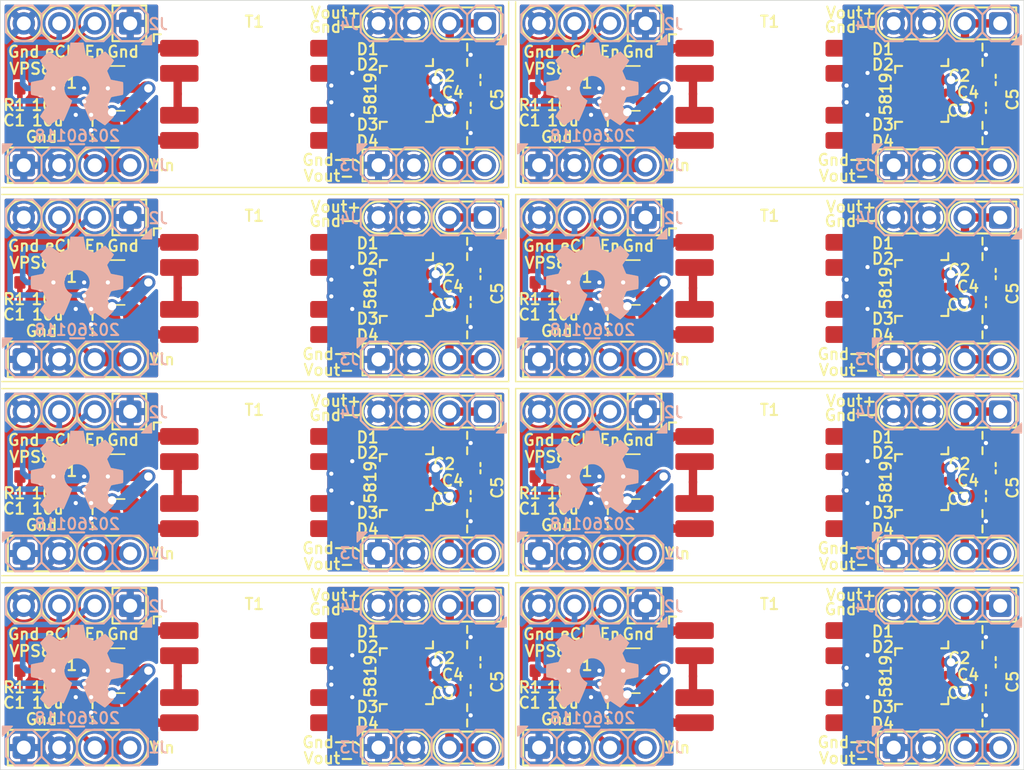
<source format=kicad_pcb>
(kicad_pcb (version 20241229) (generator "pcbnew") (generator_version "9.0")
  (layers (0 "F.Cu" mixed) (2 "B.Cu" mixed) (13 "F.Paste" user) (15 "B.Paste" user) (5 "F.SilkS" user "F.Silkscreen") (7 "B.SilkS" user "B.Silkscreen") (1 "F.Mask" user) (3 "B.Mask" user) (25 "Edge.Cuts" user))
  (net 0 "")
  (net 1 "GND")
  (net 2 "/VIN")
  (net 3 "/ExtClk")
  (net 4 "/Enable")
  (net 5 "/P1")
  (net 6 "/P2")
  (net 7 "/VOUT+")
  (net 8 "/VOUT-")
  (net 9 "Net-(D1-A)")
  (net 10 "Net-(D3-A)")
  (net 11 "GND1")
  (net 12 "Net-(T1-N1_2)")
  (footprint "SquantorCapacitor:C_1206_0805" (layer "F.Cu") (at 53.43 23.9)
    (property "Reference" "C2")
    (property "Value" "10u")
  )
  (footprint "SquantorIC:SOT23-6-HAND" (layer "F.Cu") (at 28 26.3)
    (property "Reference" "U1")
    (property "Value" "VPS8701")
  )
  (footprint "SquantorDiodes:SOD-323HE-shikues" (layer "F.Cu") (at 85.98 29.7)
    (property "Reference" "D4")
    (property "Value" "5819")
  )
  (footprint "SquantorCapacitor:C_1206_0805" (layer "F.Cu") (at 90.33 71.2)
    (property "Reference" "C3")
    (property "Value" "10u")
  )
  (footprint "SquantorCapacitor:C_1206_0805" (layer "F.Cu") (at 53.43 29.5)
    (property "Reference" "C3")
    (property "Value" "10u")
  )
  (footprint "SquantorCapacitor:C_1206_0805" (layer "F.Cu") (at 53.43 71.2)
    (property "Reference" "C3")
    (property "Value" "10u")
  )
  (footprint "SquantorCapacitor:C_0603" (layer "F.Cu") (at 54.38 25.7)
    (property "Reference" "C5")
    (property "Value" "1u")
  )
  (footprint "SquantorResistor:R_0603_hand" (layer "F.Cu") (at 22.3 40.2 180)
    (property "Reference" "R1")
    (property "Value" "10K")
  )
  (footprint "SquantorVPSC:T_2W_8pin_hand" (layer "F.Cu") (at 38.19 26.73)
    (property "Reference" "T1")
    (property "Value" "~")
  )
  (footprint "SquantorDiodes:SOD-323HE-shikues" (layer "F.Cu") (at 85.98 57.5)
    (property "Reference" "D4")
    (property "Value" "5819")
  )
  (footprint "SquantorDiodes:SOD-323HE-shikues" (layer "F.Cu") (at 49.08 29.7)
    (property "Reference" "D4")
    (property "Value" "5819")
  )
  (footprint "SquantorDiodes:SOD-323HE-shikues" (layer "F.Cu") (at 85.98 71.4)
    (property "Reference" "D4")
    (property "Value" "5819")
  )
  (footprint "SquantorResistor:R_0603_hand" (layer "F.Cu") (at 59.2 68 180)
    (property "Reference" "R1")
    (property "Value" "10K")
  )
  (footprint "SquantorDiodes:SOD-323HE-shikues" (layer "F.Cu") (at 85.98 39.6)
    (property "Reference" "D2")
    (property "Value" "5819")
  )
  (footprint "SquantorDiodes:SOD-323HE-shikues" (layer "F.Cu") (at 49.08 27.7 180)
    (property "Reference" "D3")
    (property "Value" "5819")
  )
  (footprint "SquantorDiodes:SOD-323HE-shikues" (layer "F.Cu") (at 49.08 41.6 180)
    (property "Reference" "D3")
    (property "Value" "5819")
  )
  (footprint "SquantorDiodes:SOD-323HE-shikues" (layer "F.Cu") (at 85.98 69.4 180)
    (property "Reference" "D3")
    (property "Value" "5819")
  )
  (footprint "SquantorCapacitor:C_0603" (layer "F.Cu") (at 90.58 41.6)
    (property "Reference" "C4")
    (property "Value" "1u")
  )
  (footprint "SquantorResistor:R_0603_hand" (layer "F.Cu") (at 59.2 40.2 180)
    (property "Reference" "R1")
    (property "Value" "10K")
  )
  (footprint "SquantorCapacitor:C_1206_0805" (layer "F.Cu") (at 53.43 37.8)
    (property "Reference" "C2")
    (property "Value" "10u")
  )
  (footprint "SquantorCapacitor:C_1206_0805" (layer "F.Cu") (at 90.33 65.6)
    (property "Reference" "C2")
    (property "Value" "10u")
  )
  (footprint "SquantorResistor:R_0603_hand" (layer "F.Cu") (at 22.3 26.3 180)
    (property "Reference" "R1")
    (property "Value" "10K")
  )
  (footprint "SquantorCapacitor:C_0603" (layer "F.Cu") (at 91.28 39.6)
    (property "Reference" "C5")
    (property "Value" "1u")
  )
  (footprint "SquantorCapacitor:C_0603" (layer "F.Cu") (at 53.68 55.5)
    (property "Reference" "C4")
    (property "Value" "1u")
  )
  (footprint "SquantorCapacitor:C_0603" (layer "F.Cu") (at 90.58 69.4)
    (property "Reference" "C4")
    (property "Value" "1u")
  )
  (footprint "SquantorDiodes:SOD-323HE-shikues" (layer "F.Cu") (at 49.08 37.6 180)
    (property "Reference" "D1")
    (property "Value" "5819")
  )
  (footprint "SquantorCapacitor:C_0603" (layer "F.Cu") (at 91.28 53.5)
    (property "Reference" "C5")
    (property "Value" "1u")
  )
  (footprint "SquantorCapacitor:C_1206_0805" (layer "F.Cu") (at 63.5 57.1)
    (property "Reference" "C1")
    (property "Value" "10u")
  )
  (footprint "SquantorResistor:R_0603_hand" (layer "F.Cu") (at 22.3 54.1 180)
    (property "Reference" "R1")
    (property "Value" "10K")
  )
  (footprint "SquantorCapacitor:C_0603" (layer "F.Cu") (at 91.28 25.7)
    (property "Reference" "C5")
    (property "Value" "1u")
  )
  (footprint "SquantorCapacitor:C_1206_0805" (layer "F.Cu") (at 90.33 43.4)
    (property "Reference" "C3")
    (property "Value" "10u")
  )
  (footprint "SquantorCapacitor:C_0603" (layer "F.Cu") (at 54.38 39.6)
    (property "Reference" "C5")
    (property "Value" "1u")
  )
  (footprint "SquantorDiodes:SOD-323HE-shikues" (layer "F.Cu") (at 85.98 23.7 180)
    (property "Reference" "D1")
    (property "Value" "5819")
  )
  (footprint "SquantorVPSC:T_2W_8pin_hand" (layer "F.Cu") (at 38.19 68.43)
    (property "Reference" "T1")
    (property "Value" "~")
  )
  (footprint "SquantorResistor:R_0603_hand" (layer "F.Cu") (at 59.2 54.1 180)
    (property "Reference" "R1")
    (property "Value" "10K")
  )
  (footprint "SquantorCapacitor:C_1206_0805" (layer "F.Cu") (at 26.6 29.3)
    (property "Reference" "C1")
    (property "Value" "10u")
  )
  (footprint "SquantorIC:SOT23-6-HAND" (layer "F.Cu") (at 64.9 40.2)
    (property "Reference" "U1")
    (property "Value" "VPS8701")
  )
  (footprint "SquantorDiodes:SOD-323HE-shikues" (layer "F.Cu") (at 49.08 25.7)
    (property "Reference" "D2")
    (property "Value" "5819")
  )
  (footprint "SquantorIC:SOT23-6-HAND" (layer "F.Cu") (at 64.9 54.1)
    (property "Reference" "U1")
    (property "Value" "VPS8701")
  )
  (footprint "SquantorDiodes:SOD-323HE-shikues" (layer "F.Cu") (at 85.98 27.7 180)
    (property "Reference" "D3")
    (property "Value" "5819")
  )
  (footprint "SquantorDiodes:SOD-323HE-shikues" (layer "F.Cu") (at 85.98 37.6 180)
    (property "Reference" "D1")
    (property "Value" "5819")
  )
  (footprint "SquantorCapacitor:C_1206_0805" (layer "F.Cu") (at 90.33 23.9)
    (property "Reference" "C2")
    (property "Value" "10u")
  )
  (footprint "SquantorCapacitor:C_1206_0805" (layer "F.Cu") (at 90.33 29.5)
    (property "Reference" "C3")
    (property "Value" "10u")
  )
  (footprint "SquantorCapacitor:C_0603" (layer "F.Cu") (at 90.58 55.5)
    (property "Reference" "C4")
    (property "Value" "1u")
  )
  (footprint "SquantorCapacitor:C_0603" (layer "F.Cu") (at 90.58 27.7)
    (property "Reference" "C4")
    (property "Value" "1u")
  )
  (footprint "SquantorVPSC:T_2W_8pin_hand" (layer "F.Cu") (at 75.09 40.63)
    (property "Reference" "T1")
    (property "Value" "~")
  )
  (footprint "SquantorDiodes:SOD-323HE-shikues" (layer "F.Cu") (at 85.98 67.4)
    (property "Reference" "D2")
    (property "Value" "5819")
  )
  (footprint "SquantorDiodes:SOD-323HE-shikues" (layer "F.Cu") (at 85.98 41.6 180)
    (property "Reference" "D3")
    (property "Value" "5819")
  )
  (footprint "SquantorCapacitor:C_1206_0805" (layer "F.Cu") (at 90.33 51.7)
    (property "Reference" "C2")
    (property "Value" "10u")
  )
  (footprint "SquantorCapacitor:C_1206_0805" (layer "F.Cu") (at 53.43 65.6)
    (property "Reference" "C2")
    (property "Value" "10u")
  )
  (footprint "SquantorDiodes:SOD-323HE-shikues" (layer "F.Cu") (at 85.98 51.5 180)
    (property "Reference" "D1")
    (property "Value" "5819")
  )
  (footprint "SquantorDiodes:SOD-323HE-shikues" (layer "F.Cu") (at 49.08 51.5 180)
    (property "Reference" "D1")
    (property "Value" "5819")
  )
  (footprint "SquantorDiodes:SOD-323HE-shikues" (layer "F.Cu") (at 49.08 39.6)
    (property "Reference" "D2")
    (property "Value" "5819")
  )
  (footprint "SquantorCapacitor:C_1206_0805" (layer "F.Cu") (at 53.43 57.3)
    (property "Reference" "C3")
    (property "Value" "10u")
  )
  (footprint "SquantorCapacitor:C_1206_0805" (layer "F.Cu") (at 90.33 37.8)
    (property "Reference" "C2")
    (property "Value" "10u")
  )
  (footprint "SquantorCapacitor:C_0603" (layer "F.Cu") (at 91.28 67.4)
    (property "Reference" "C5")
    (property "Value" "1u")
  )
  (footprint "SquantorDiodes:SOD-323HE-shikues" (layer "F.Cu") (at 85.98 43.6)
    (property "Reference" "D4")
    (property "Value" "5819")
  )
  (footprint "SquantorDiodes:SOD-323HE-shikues" (layer "F.Cu") (at 49.08 65.4 180)
    (property "Reference" "D1")
    (property "Value" "5819")
  )
  (footprint "SquantorDiodes:SOD-323HE-shikues" (layer "F.Cu") (at 49.08 53.5)
    (property "Reference" "D2")
    (property "Value" "5819")
  )
  (footprint "SquantorCapacitor:C_0603" (layer "F.Cu") (at 53.68 41.6)
    (property "Reference" "C4")
    (property "Value" "1u")
  )
  (footprint "SquantorResistor:R_0603_hand" (layer "F.Cu") (at 59.2 26.3 180)
    (property "Reference" "R1")
    (property "Value" "10K")
  )
  (footprint "SquantorCapacitor:C_0603" (layer "F.Cu") (at 53.68 69.4)
    (property "Reference" "C4")
    (property "Value" "1u")
  )
  (footprint "SquantorCapacitor:C_1206_0805" (layer "F.Cu") (at 53.43 51.7)
    (property "Reference" "C2")
    (property "Value" "10u")
  )
  (footprint "SquantorCapacitor:C_1206_0805" (layer "F.Cu") (at 90.33 57.3)
    (property "Reference" "C3")
    (property "Value" "10u")
  )
  (footprint "SquantorDiodes:SOD-323HE-shikues" (layer "F.Cu") (at 49.08 67.4)
    (property "Reference" "D2")
    (property "Value" "5819")
  )
  (footprint "SquantorCapacitor:C_1206_0805" (layer "F.Cu") (at 63.5 43.2)
    (property "Reference" "C1")
    (property "Value" "10u")
  )
  (footprint "SquantorCapacitor:C_1206_0805" (layer "F.Cu") (at 26.6 57.1)
    (property "Reference" "C1")
    (property "Value" "10u")
  )
  (footprint "SquantorCapacitor:C_1206_0805" (layer "F.Cu") (at 63.5 71)
    (property "Reference" "C1")
    (property "Value" "10u")
  )
  (footprint "SquantorCapacitor:C_1206_0805" (layer "F.Cu") (at 53.43 43.4)
    (property "Reference" "C3")
    (property "Value" "10u")
  )
  (footprint "SquantorCapacitor:C_1206_0805" (layer "F.Cu") (at 26.6 71)
    (property "Reference" "C1")
    (property "Value" "10u")
  )
  (footprint "SquantorIC:SOT23-6-HAND" (layer "F.Cu") (at 28 68)
    (property "Reference" "U1")
    (property "Value" "VPS8701")
  )
  (footprint "SquantorIC:SOT23-6-HAND" (layer "F.Cu") (at 64.9 26.3)
    (property "Reference" "U1")
    (property "Value" "VPS8701")
  )
  (footprint "SquantorVPSC:T_2W_8pin_hand" (layer "F.Cu") (at 38.19 54.53)
    (property "Reference" "T1")
    (property "Value" "~")
  )
  (footprint "SquantorCapacitor:C_0603" (layer "F.Cu") (at 54.38 53.5)
    (property "Reference" "C5")
    (property "Value" "1u")
  )
  (footprint "SquantorVPSC:T_2W_8pin_hand" (layer "F.Cu") (at 75.09 68.43)
    (property "Reference" "T1")
    (property "Value" "~")
  )
  (footprint "SquantorDiodes:SOD-323HE-shikues" (layer "F.Cu") (at 49.08 71.4)
    (property "Reference" "D4")
    (property "Value" "5819")
  )
  (footprint "SquantorDiodes:SOD-323HE-shikues" (layer "F.Cu") (at 49.08 57.5)
    (property "Reference" "D4")
    (property "Value" "5819")
  )
  (footprint "SquantorCapacitor:C_0603" (layer "F.Cu") (at 54.38 67.4)
    (property "Reference" "C5")
    (property "Value" "1u")
  )
  (footprint "SquantorDiodes:SOD-323HE-shikues" (layer "F.Cu") (at 85.98 65.4 180)
    (property "Reference" "D1")
    (property "Value" "5819")
  )
  (footprint "SquantorDiodes:SOD-323HE-shikues" (layer "F.Cu") (at 49.08 55.5 180)
    (property "Reference" "D3")
    (property "Value" "5819")
  )
  (footprint "SquantorDiodes:SOD-323HE-shikues" (layer "F.Cu") (at 49.08 69.4 180)
    (property "Reference" "D3")
    (property "Value" "5819")
  )
  (footprint "SquantorDiodes:SOD-323HE-shikues" (layer "F.Cu") (at 85.98 55.5 180)
    (property "Reference" "D3")
    (property "Value" "5819")
  )
  (footprint "SquantorCapacitor:C_0603" (layer "F.Cu") (at 53.68 27.7)
    (property "Reference" "C4")
    (property "Value" "1u")
  )
  (footprint "SquantorIC:SOT23-6-HAND" (layer "F.Cu") (at 28 54.1)
    (property "Reference" "U1")
    (property "Value" "VPS8701")
  )
  (footprint "SquantorIC:SOT23-6-HAND" (layer "F.Cu") (at 28 40.2)
    (property "Reference" "U1")
    (property "Value" "VPS8701")
  )
  (footprint "SquantorDiodes:SOD-323HE-shikues" (layer "F.Cu") (at 85.98 53.5)
    (property "Reference" "D2")
    (property "Value" "5819")
  )
  (footprint "SquantorIC:SOT23-6-HAND" (layer "F.Cu") (at 64.9 68)
    (property "Reference" "U1")
    (property "Value" "VPS8701")
  )
  (footprint "SquantorCapacitor:C_1206_0805" (layer "F.Cu") (at 26.6 43.2)
    (property "Reference" "C1")
    (property "Value" "10u")
  )
  (footprint "SquantorVPSC:T_2W_8pin_hand" (layer "F.Cu") (at 38.19 40.63)
    (property "Reference" "T1")
    (property "Value" "~")
  )
  (footprint "SquantorDiodes:SOD-323HE-shikues" (layer "F.Cu") (at 49.08 43.6)
    (property "Reference" "D4")
    (property "Value" "5819")
  )
  (footprint "SquantorVPSC:T_2W_8pin_hand" (layer "F.Cu") (at 75.09 26.73)
    (property "Reference" "T1")
    (property "Value" "~")
  )
  (footprint "SquantorCapacitor:C_1206_0805" (layer "F.Cu") (at 63.5 29.3)
    (property "Reference" "C1")
    (property "Value" "10u")
  )
  (footprint "SquantorDiodes:SOD-323HE-shikues" (layer "F.Cu") (at 85.98 25.7)
    (property "Reference" "D2")
    (property "Value" "5819")
  )
  (footprint "SquantorVPSC:T_2W_8pin_hand" (layer "F.Cu") (at 75.09 54.53)
    (property "Reference" "T1")
    (property "Value" "~")
  )
  (footprint "SquantorDiodes:SOD-323HE-shikues" (layer "F.Cu") (at 49.08 23.7 180)
    (property "Reference" "D1")
    (property "Value" "5819")
  )
  (footprint "SquantorResistor:R_0603_hand" (layer "F.Cu") (at 22.3 68 180)
    (property "Reference" "R1")
    (property "Value" "10K")
  )
  (footprint "SquantorLabels:Label_Generic" (layer "B.Cu") (at 25.5 29.7 180)
    (property "Reference" "N1" (hide yes))
    (property "Value" "20260118")
  )
  (footprint "Symbol:OSHW-Symbol_6.7x6mm_SilkScreen" (layer "B.Cu") (at 25.5 26 180)
    (property "Reference" "N2" (hide yes))
    (property "Value" "OHWLOGO" (hide yes))
  )
  (footprint "SquantorConnectors:Header-0254-1X04-H010" (layer "B.Cu") (at 50.89 63.35 180)
    (property "Reference" "J4")
    (property "Value" "Conn_01x04")
  )
  (footprint "SquantorConnectors:Header-0254-1X04-H010" (layer "B.Cu") (at 50.89 31.81)
    (property "Reference" "J3")
    (property "Value" "Conn_01x04")
  )
  (footprint "SquantorConnectors:Header-0254-1X04-H010" (layer "B.Cu") (at 50.89 73.51)
    (property "Reference" "J3")
    (property "Value" "Conn_01x04")
  )
  (footprint "SquantorConnectors:Header-0254-1X04-H010" (layer "B.Cu") (at 87.79 21.65 180)
    (property "Reference" "J4")
    (property "Value" "Conn_01x04")
  )
  (footprint "SquantorConnectors:Header-0254-1X04-H010" (layer "B.Cu") (at 25.49 73.51)
    (property "Reference" "J1")
    (property "Value" "Conn_01x04")
  )
  (footprint "Symbol:OSHW-Symbol_6.7x6mm_SilkScreen" (layer "B.Cu") (at 62.4 67.7 180)
    (property "Reference" "N2" (hide yes))
    (property "Value" "OHWLOGO" (hide yes))
  )
  (footprint "SquantorConnectors:Header-0254-1X04-H010" (layer "B.Cu") (at 62.39 45.71)
    (property "Reference" "J1")
    (property "Value" "Conn_01x04")
  )
  (footprint "Symbol:OSHW-Symbol_6.7x6mm_SilkScreen" (layer "B.Cu") (at 62.4 39.9 180)
    (property "Reference" "N2" (hide yes))
    (property "Value" "OHWLOGO" (hide yes))
  )
  (footprint "SquantorConnectors:Header-0254-1X04-H010" (layer "B.Cu") (at 25.49 35.55 180)
    (property "Reference" "J2")
    (property "Value" "Conn_01x04")
  )
  (footprint "Symbol:OSHW-Symbol_6.7x6mm_SilkScreen" (layer "B.Cu") (at 62.4 53.8 180)
    (property "Reference" "N2" (hide yes))
    (property "Value" "OHWLOGO" (hide yes))
  )
  (footprint "SquantorConnectors:Header-0254-1X04-H010" (layer "B.Cu") (at 87.79 35.55 180)
    (property "Reference" "J4")
    (property "Value" "Conn_01x04")
  )
  (footprint "SquantorConnectors:Header-0254-1X04-H010" (layer "B.Cu") (at 50.89 49.45 180)
    (property "Reference" "J4")
    (property "Value" "Conn_01x04")
  )
  (footprint "SquantorConnectors:Header-0254-1X04-H010" (layer "B.Cu") (at 62.39 73.51)
    (property "Reference" "J1")
    (property "Value" "Conn_01x04")
  )
  (footprint "SquantorConnectors:Header-0254-1X04-H010" (layer "B.Cu") (at 87.79 49.45 180)
    (property "Reference" "J4")
    (property "Value" "Conn_01x04")
  )
  (footprint "SquantorConnectors:Header-0254-1X04-H010" (layer "B.Cu") (at 87.79 73.51)
    (property "Reference" "J3")
    (property "Value" "Conn_01x04")
  )
  (footprint "Symbol:OSHW-Symbol_6.7x6mm_SilkScreen" (layer "B.Cu") (at 25.5 53.8 180)
    (property "Reference" "N2" (hide yes))
    (property "Value" "OHWLOGO" (hide yes))
  )
  (footprint "Symbol:OSHW-Symbol_6.7x6mm_SilkScreen" (layer "B.Cu") (at 25.5 39.9 180)
    (property "Reference" "N2" (hide yes))
    (property "Value" "OHWLOGO" (hide yes))
  )
  (footprint "SquantorConnectors:Header-0254-1X04-H010" (layer "B.Cu") (at 25.49 21.65 180)
    (property "Reference" "J2")
    (property "Value" "Conn_01x04")
  )
  (footprint "SquantorLabels:Label_Generic" (layer "B.Cu") (at 62.4 57.5 180)
    (property "Reference" "N1" (hide yes))
    (property "Value" "20260118")
  )
  (footprint "SquantorConnectors:Header-0254-1X04-H010" (layer "B.Cu") (at 62.39 35.55 180)
    (property "Reference" "J2")
    (property "Value" "Conn_01x04")
  )
  (footprint "SquantorConnectors:Header-0254-1X04-H010" (layer "B.Cu") (at 62.39 49.45 180)
    (property "Reference" "J2")
    (property "Value" "Conn_01x04")
  )
  (footprint "SquantorConnectors:Header-0254-1X04-H010" (layer "B.Cu") (at 62.39 63.35 180)
    (property "Reference" "J2")
    (property "Value" "Conn_01x04")
  )
  (footprint "SquantorConnectors:Header-0254-1X04-H010" (layer "B.Cu") (at 25.49 49.45 180)
    (property "Reference" "J2")
    (property "Value" "Conn_01x04")
  )
  (footprint "SquantorLabels:Label_Generic" (layer "B.Cu") (at 62.4 43.6 180)
    (property "Reference" "N1" (hide yes))
    (property "Value" "20260118")
  )
  (footprint "Symbol:OSHW-Symbol_6.7x6mm_SilkScreen" (layer "B.Cu") (at 25.5 67.7 180)
    (property "Reference" "N2" (hide yes))
    (property "Value" "OHWLOGO" (hide yes))
  )
  (footprint "SquantorConnectors:Header-0254-1X04-H010" (layer "B.Cu") (at 25.49 31.81)
    (property "Reference" "J1")
    (property "Value" "Conn_01x04")
  )
  (footprint "SquantorConnectors:Header-0254-1X04-H010" (layer "B.Cu") (at 87.79 59.61)
    (property "Reference" "J3")
    (property "Value" "Conn_01x04")
  )
  (footprint "SquantorConnectors:Header-0254-1X04-H010" (layer "B.Cu") (at 25.49 63.35 180)
    (property "Reference" "J2")
    (property "Value" "Conn_01x04")
  )
  (footprint "SquantorConnectors:Header-0254-1X04-H010" (layer "B.Cu") (at 87.79 63.35 180)
    (property "Reference" "J4")
    (property "Value" "Conn_01x04")
  )
  (footprint "SquantorLabels:Label_Generic" (layer "B.Cu") (at 62.4 29.7 180)
    (property "Reference" "N1" (hide yes))
    (property "Value" "20260118")
  )
  (footprint "SquantorConnectors:Header-0254-1X04-H010" (layer "B.Cu") (at 50.89 21.65 180)
    (property "Reference" "J4")
    (property "Value" "Conn_01x04")
  )
  (footprint "SquantorLabels:Label_Generic" (layer "B.Cu") (at 25.5 71.4 180)
    (property "Reference" "N1" (hide yes))
    (property "Value" "20260118")
  )
  (footprint "SquantorLabels:Label_Generic" (layer "B.Cu") (at 62.4 71.4 180)
    (property "Reference" "N1" (hide yes))
    (property "Value" "20260118")
  )
  (footprint "SquantorConnectors:Header-0254-1X04-H010" (layer "B.Cu") (at 50.89 45.71)
    (property "Reference" "J3")
    (property "Value" "Conn_01x04")
  )
  (footprint "SquantorConnectors:Header-0254-1X04-H010" (layer "B.Cu") (at 25.49 59.61)
    (property "Reference" "J1")
    (property "Value" "Conn_01x04")
  )
  (footprint "SquantorConnectors:Header-0254-1X04-H010" (layer "B.Cu") (at 50.89 59.61)
    (property "Reference" "J3")
    (property "Value" "Conn_01x04")
  )
  (footprint "SquantorConnectors:Header-0254-1X04-H010" (layer "B.Cu") (at 87.79 31.81)
    (property "Reference" "J3")
    (property "Value" "Conn_01x04")
  )
  (footprint "SquantorConnectors:Header-0254-1X04-H010" (layer "B.Cu") (at 62.39 31.81)
    (property "Reference" "J1")
    (property "Value" "Conn_01x04")
  )
  (footprint "SquantorConnectors:Header-0254-1X04-H010" (layer "B.Cu") (at 25.49 45.71)
    (property "Reference" "J1")
    (property "Value" "Conn_01x04")
  )
  (footprint "SquantorConnectors:Header-0254-1X04-H010" (layer "B.Cu") (at 50.89 35.55 180)
    (property "Reference" "J4")
    (property "Value" "Conn_01x04")
  )
  (footprint "SquantorLabels:Label_Generic" (layer "B.Cu") (at 25.5 57.5 180)
    (property "Reference" "N1" (hide yes))
    (property "Value" "20260118")
  )
  (footprint "SquantorConnectors:Header-0254-1X04-H010" (layer "B.Cu") (at 62.39 21.65 180)
    (property "Reference" "J2")
    (property "Value" "Conn_01x04")
  )
  (footprint "SquantorConnectors:Header-0254-1X04-H010" (layer "B.Cu") (at 87.79 45.71)
    (property "Reference" "J3")
    (property "Value" "Conn_01x04")
  )
  (footprint "SquantorConnectors:Header-0254-1X04-H010" (layer "B.Cu") (at 62.39 59.61)
    (property "Reference" "J1")
    (property "Value" "Conn_01x04")
  )
  (footprint "Symbol:OSHW-Symbol_6.7x6mm_SilkScreen" (layer "B.Cu") (at 62.4 26 180)
    (property "Reference" "N2" (hide yes))
    (property "Value" "OHWLOGO" (hide yes))
  )
  (footprint "SquantorLabels:Label_Generic" (layer "B.Cu") (at 25.5 43.6 180)
    (property "Reference" "N1" (hide yes))
    (property "Value" "20260118")
  )
  (gr_line (start 20.537 58.34) (end 20.537 60.88) (stroke (width 0.15)) (layer "F.SilkS"))
  (gr_line (start 82.837 30.667) (end 82.837 32.953) (stroke (width 0.15)) (layer "F.SilkS"))
  (gr_arc (start 61.12 44.44) (mid 62.39 45.71) (end 61.12 46.98) (stroke (width 0.15)) (layer "F.SilkS"))
  (gr_line (start 47.08 30.667) (end 45.937 30.667) (stroke (width 0.15)) (layer "F.SilkS"))
  (gr_arc (start 63.66 46.98) (mid 62.39 45.71) (end 63.66 44.44) (stroke (width 0.15)) (layer "F.SilkS"))
  (gr_arc (start 83.98 64.493) (mid 82.837 63.35) (end 83.98 62.207) (stroke (width 0.15)) (layer "F.SilkS"))
  (gr_line (start 45.429 73.129) (end 45.937 73.51) (stroke (width 0.15)) (layer "F.SilkS"))
  (gr_line (start 66.2 30.54) (end 63.66 30.54) (stroke (width 0.15)) (layer "F.SilkS"))
  (gr_arc (start 47.08 50.593) (mid 45.937 49.45) (end 47.08 48.307) (stroke (width 0.15)) (layer "F.SilkS"))
  (gr_arc (start 89.06 74.653) (mid 87.917 73.51) (end 89.06 72.367) (stroke (width 0.15)) (layer "F.SilkS"))
  (gr_line (start 29.3 44.44) (end 26.76 44.44) (stroke (width 0.15)) (layer "F.SilkS"))
  (gr_line (start 21.68 58.34) (end 20.537 58.34) (stroke (width 0.15)) (layer "F.SilkS"))
  (gr_line (start 61.12 44.44) (end 58.58 44.44) (stroke (width 0.15)) (layer "F.SilkS"))
  (gr_line (start 58.58 44.44) (end 57.437 44.44) (stroke (width 0.15)) (layer "F.SilkS"))
  (gr_line (start 29.3 33.08) (end 26.76 33.08) (stroke (width 0.15)) (layer "F.SilkS"))
  (gr_line (start 82.329 31.429) (end 82.837 31.81) (stroke (width 0.15)) (layer "F.SilkS"))
  (gr_line (start 64.93 34.28) (end 64.93 36.82) (stroke (width 0.15)) (layer "F.SilkS"))
  (gr_line (start 86.52 34.407) (end 83.98 34.407) (stroke (width 0.15)) (layer "F.SilkS"))
  (gr_arc (start 52.16 74.653) (mid 51.017 73.51) (end 52.16 72.367) (stroke (width 0.15)) (layer "F.SilkS"))
  (gr_arc (start 61.12 72.24) (mid 62.39 73.51) (end 61.12 74.78) (stroke (width 0.15)) (layer "F.SilkS"))
  (gr_line (start 44.667 49.704) (end 45.683 49.704) (stroke (width 0.15)) (layer "F.SilkS"))
  (gr_line (start 93.2 47.8) (end 56.9 47.8) (stroke (width 0.1)) (layer "F.SilkS"))
  (gr_line (start 67.343 36.82) (end 64.93 36.82) (stroke (width 0.15)) (layer "F.SilkS"))
  (gr_line (start 67.343 48.18) (end 67.343 50.72) (stroke (width 0.15)) (layer "F.SilkS"))
  (gr_circle (center 26.76 49.45) (end 28.03 49.45) (stroke (width 0.15)) (fill no) (layer "F.SilkS"))
  (gr_line (start 82.583 21.904) (end 82.837 21.65) (stroke (width 0.15)) (layer "F.SilkS"))
  (gr_line (start 86.52 62.207) (end 83.98 62.207) (stroke (width 0.15)) (layer "F.SilkS"))
  (gr_line (start 54.7 62.207) (end 52.16 62.207) (stroke (width 0.15)) (layer "F.SilkS"))
  (gr_line (start 24.22 44.44) (end 21.68 44.44) (stroke (width 0.15)) (layer "F.SilkS"))
  (gr_line (start 45.937 46.853) (end 47.08 46.853) (stroke (width 0.15)) (layer "F.SilkS"))
  (gr_line (start 28.03 48.18) (end 30.443 48.18) (stroke (width 0.15)) (layer "F.SilkS"))
  (gr_line (start 30.443 22.92) (end 28.03 22.92) (stroke (width 0.15)) (layer "F.SilkS"))
  (gr_line (start 93.2 61.7) (end 56.9 61.7) (stroke (width 0.1)) (layer "F.SilkS"))
  (gr_line (start 89.06 60.753) (end 91.6 60.753) (stroke (width 0.15)) (layer "F.SilkS"))
  (gr_line (start 47.08 44.567) (end 45.937 44.567) (stroke (width 0.15)) (layer "F.SilkS"))
  (gr_arc (start 26.76 33.08) (mid 25.49 31.81) (end 26.76 30.54) (stroke (width 0.15)) (layer "F.SilkS"))
  (gr_line (start 21.68 72.24) (end 20.537 72.24) (stroke (width 0.15)) (layer "F.SilkS"))
  (gr_arc (start 29.3 30.54) (mid 30.57 31.81) (end 29.3 33.08) (stroke (width 0.15)) (layer "F.SilkS"))
  (gr_arc (start 26.76 46.98) (mid 25.49 45.71) (end 26.76 44.44) (stroke (width 0.15)) (layer "F.SilkS"))
  (gr_line (start 29.3 58.34) (end 26.76 58.34) (stroke (width 0.15)) (layer "F.SilkS"))
  (gr_circle (center 58.58 49.45) (end 59.85 49.45) (stroke (width 0.15)) (fill no) (layer "F.SilkS"))
  (gr_arc (start 54.7 72.367) (mid 55.843 73.51) (end 54.7 74.653) (stroke (width 0.15)) (layer "F.SilkS"))
  (gr_circle (center 21.68 63.35) (end 22.95 63.35) (stroke (width 0.15)) (fill no) (layer "F.SilkS"))
  (gr_line (start 45.683 35.804) (end 45.937 35.55) (stroke (width 0.15)) (layer "F.SilkS"))
  (gr_line (start 66.2 72.24) (end 63.66 72.24) (stroke (width 0.15)) (layer "F.SilkS"))
  (gr_line (start 30.443 64.62) (end 28.03 64.62) (stroke (width 0.15)) (layer "F.SilkS"))
  (gr_line (start 61.12 30.54) (end 58.58 30.54) (stroke (width 0.15)) (layer "F.SilkS"))
  (gr_arc (start 49.62 44.567) (mid 50.763 45.71) (end 49.62 46.853) (stroke (width 0.15)) (layer "F.SilkS"))
  (gr_line (start 81.567 35.804) (end 82.583 35.804) (stroke (width 0.15)) (layer "F.SilkS"))
  (gr_arc (start 66.2 30.54) (mid 67.47 31.81) (end 66.2 33.08) (stroke (width 0.15)) (layer "F.SilkS"))
  (gr_arc (start 52.16 22.793) (mid 51.017 21.65) (end 52.16 20.507) (stroke (width 0.15)) (layer "F.SilkS"))
  (gr_arc (start 83.98 50.593) (mid 82.837 49.45) (end 83.98 48.307) (stroke (width 0.15)) (layer "F.SilkS"))
  (gr_line (start 44.667 63.604) (end 45.683 63.604) (stroke (width 0.15)) (layer "F.SilkS"))
  (gr_line (start 57.437 74.78) (end 58.58 74.78) (stroke (width 0.15)) (layer "F.SilkS"))
  (gr_line (start 66.2 58.34) (end 63.66 58.34) (stroke (width 0.15)) (layer "F.SilkS"))
  (gr_line (start 29.3 46.98) (end 26.76 46.98) (stroke (width 0.15)) (layer "F.SilkS"))
  (gr_line (start 56.9 75) (end 56.9 61.7) (stroke (width 0.1)) (layer "F.SilkS"))
  (gr_line (start 83.98 74.653) (end 86.52 74.653) (stroke (width 0.15)) (layer "F.SilkS"))
  (gr_arc (start 86.52 72.367) (mid 87.663 73.51) (end 86.52 74.653) (stroke (width 0.15)) (layer "F.SilkS"))
  (gr_line (start 91.6 30.667) (end 89.06 30.667) (stroke (width 0.15)) (layer "F.SilkS"))
  (gr_line (start 61.12 46.98) (end 58.58 46.98) (stroke (width 0.15)) (layer "F.SilkS"))
  (gr_circle (center 61.12 21.65) (end 62.39 21.65) (stroke (width 0.15)) (fill no) (layer "F.SilkS"))
  (gr_line (start 49.62 58.467) (end 47.08 58.467) (stroke (width 0.15)) (layer "F.SilkS"))
  (gr_line (start 82.837 44.567) (end 82.837 46.853) (stroke (width 0.15)) (layer "F.SilkS"))
  (gr_line (start 66.2 74.78) (end 63.66 74.78) (stroke (width 0.15)) (layer "F.SilkS"))
  (gr_arc (start 29.3 72.24) (mid 30.57 73.51) (end 29.3 74.78) (stroke (width 0.15)) (layer "F.SilkS"))
  (gr_arc (start 63.66 33.08) (mid 62.39 31.81) (end 63.66 30.54) (stroke (width 0.15)) (layer "F.SilkS"))
  (gr_arc (start 29.3 58.34) (mid 30.57 59.61) (end 29.3 60.88) (stroke (width 0.15)) (layer "F.SilkS"))
  (gr_line (start 61.12 60.88) (end 58.58 60.88) (stroke (width 0.15)) (layer "F.SilkS"))
  (gr_line (start 47.08 50.593) (end 49.62 50.593) (stroke (width 0.15)) (layer "F.SilkS"))
  (gr_line (start 82.329 73.129) (end 82.837 73.51) (stroke (width 0.15)) (layer "F.SilkS"))
  (gr_line (start 56.4 47.8) (end 20.1 47.8) (stroke (width 0.1)) (layer "F.SilkS"))
  (gr_line (start 56.9 47.3) (end 56.9 33.9) (stroke (width 0.1)) (layer "F.SilkS"))
  (gr_circle (center 24.22 49.45) (end 25.49 49.45) (stroke (width 0.15)) (fill no) (layer "F.SilkS"))
  (gr_arc (start 86.52 34.407) (mid 87.663 35.55) (end 86.52 36.693) (stroke (width 0.15)) (layer "F.SilkS"))
  (gr_line (start 28.03 34.28) (end 30.443 34.28) (stroke (width 0.15)) (layer "F.SilkS"))
  (gr_line (start 91.6 20.507) (end 89.06 20.507) (stroke (width 0.15)) (layer "F.SilkS"))
  (gr_line (start 86.52 44.567) (end 83.98 44.567) (stroke (width 0.15)) (layer "F.SilkS"))
  (gr_line (start 47.08 58.467) (end 45.937 58.467) (stroke (width 0.15)) (layer "F.SilkS"))
  (gr_line (start 67.343 50.72) (end 64.93 50.72) (stroke (width 0.15)) (layer "F.SilkS"))
  (gr_line (start 52.16 22.793) (end 54.7 22.793) (stroke (width 0.15)) (layer "F.SilkS"))
  (gr_line (start 83.98 72.367) (end 82.837 72.367) (stroke (width 0.15)) (layer "F.SilkS"))
  (gr_arc (start 91.6 44.567) (mid 92.743 45.71) (end 91.6 46.853) (stroke (width 0.15)) (layer "F.SilkS"))
  (gr_line (start 80.932 73.129) (end 82.329 73.129) (stroke (width 0.15)) (layer "F.SilkS"))
  (gr_line (start 83.98 60.753) (end 86.52 60.753) (stroke (width 0.15)) (layer "F.SilkS"))
  (gr_line (start 52.16 46.853) (end 54.7 46.853) (stroke (width 0.15)) (layer "F.SilkS"))
  (gr_circle (center 21.68 35.55) (end 22.95 35.55) (stroke (width 0.15)) (fill no) (layer "F.SilkS"))
  (gr_line (start 56.4 61.7) (end 20.1 61.7) (stroke (width 0.1)) (layer "F.SilkS"))
  (gr_line (start 54.7 44.567) (end 52.16 44.567) (stroke (width 0.15)) (layer "F.SilkS"))
  (gr_line (start 20.1 61.2) (end 56.4 61.2) (stroke (width 0.1)) (layer "F.SilkS"))
  (gr_arc (start 54.7 44.567) (mid 55.843 45.71) (end 54.7 46.853) (stroke (width 0.15)) (layer "F.SilkS"))
  (gr_line (start 91.6 20.507) (end 92.743 20.507) (stroke (width 0.15)) (layer "F.SilkS"))
  (gr_line (start 29.3 60.88) (end 26.76 60.88) (stroke (width 0.15)) (layer "F.SilkS"))
  (gr_line (start 83.98 32.953) (end 86.52 32.953) (stroke (width 0.15)) (layer "F.SilkS"))
  (gr_line (start 55.843 22.793) (end 54.7 22.793) (stroke (width 0.15)) (layer "F.SilkS"))
  (gr_circle (center 61.12 63.35) (end 62.39 63.35) (stroke (width 0.15)) (fill no) (layer "F.SilkS"))
  (gr_line (start 47.08 72.367) (end 45.937 72.367) (stroke (width 0.15)) (layer "F.SilkS"))
  (gr_arc (start 89.06 36.693) (mid 87.917 35.55) (end 89.06 34.407) (stroke (width 0.15)) (layer "F.SilkS"))
  (gr_line (start 20.1 33.4) (end 56.4 33.4) (stroke (width 0.1)) (layer "F.SilkS"))
  (gr_line (start 54.7 30.667) (end 52.16 30.667) (stroke (width 0.15)) (layer "F.SilkS"))
  (gr_line (start 83.98 36.693) (end 86.52 36.693) (stroke (width 0.15)) (layer "F.SilkS"))
  (gr_circle (center 58.58 63.35) (end 59.85 63.35) (stroke (width 0.15)) (fill no) (layer "F.SilkS"))
  (gr_line (start 56.4 20.1) (end 56.4 33.4) (stroke (width 0.1)) (layer "F.SilkS"))
  (gr_line (start 56.4 33.9) (end 56.4 47.3) (stroke (width 0.1)) (layer "F.SilkS"))
  (gr_line (start 57.437 44.44) (end 57.437 46.98) (stroke (width 0.15)) (layer "F.SilkS"))
  (gr_circle (center 24.22 21.65) (end 25.49 21.65) (stroke (width 0.15)) (fill no) (layer "F.SilkS"))
  (gr_arc (start 89.06 60.753) (mid 87.917 59.61) (end 89.06 58.467) (stroke (width 0.15)) (layer "F.SilkS"))
  (gr_line (start 56.9 61.2) (end 56.9 47.8) (stroke (width 0.1)) (layer "F.SilkS"))
  (gr_line (start 91.6 34.407) (end 89.06 34.407) (stroke (width 0.15)) (layer "F.SilkS"))
  (gr_arc (start 24.22 44.44) (mid 25.49 45.71) (end 24.22 46.98) (stroke (width 0.15)) (layer "F.SilkS"))
  (gr_line (start 92.743 50.593) (end 91.6 50.593) (stroke (width 0.15)) (layer "F.SilkS"))
  (gr_line (start 28.03 48.18) (end 28.03 50.72) (stroke (width 0.15)) (layer "F.SilkS"))
  (gr_circle (center 61.12 35.55) (end 62.39 35.55) (stroke (width 0.15)) (fill no) (layer "F.SilkS"))
  (gr_line (start 83.98 50.593) (end 86.52 50.593) (stroke (width 0.15)) (layer "F.SilkS"))
  (gr_line (start 64.93 48.18) (end 64.93 50.72) (stroke (width 0.15)) (layer "F.SilkS"))
  (gr_line (start 89.06 22.793) (end 91.6 22.793) (stroke (width 0.15)) (layer "F.SilkS"))
  (gr_line (start 66.2 60.88) (end 63.66 60.88) (stroke (width 0.15)) (layer "F.SilkS"))
  (gr_line (start 24.22 30.54) (end 21.68 30.54) (stroke (width 0.15)) (layer "F.SilkS"))
  (gr_line (start 81.567 21.904) (end 82.583 21.904) (stroke (width 0.15)) (layer "F.SilkS"))
  (gr_arc (start 61.12 58.34) (mid 62.39 59.61) (end 61.12 60.88) (stroke (width 0.15)) (layer "F.SilkS"))
  (gr_arc (start 52.16 60.753) (mid 51.017 59.61) (end 52.16 58.467) (stroke (width 0.15)) (layer "F.SilkS"))
  (gr_line (start 21.68 44.44) (end 20.537 44.44) (stroke (width 0.15)) (layer "F.SilkS"))
  (gr_line (start 55.843 64.493) (end 54.7 64.493) (stroke (width 0.15)) (layer "F.SilkS"))
  (gr_arc (start 66.2 72.24) (mid 67.47 73.51) (end 66.2 74.78) (stroke (width 0.15)) (layer "F.SilkS"))
  (gr_line (start 45.937 74.653) (end 47.08 74.653) (stroke (width 0.15)) (layer "F.SilkS"))
  (gr_circle (center 58.58 21.65) (end 59.85 21.65) (stroke (width 0.15)) (fill no) (layer "F.SilkS"))
  (gr_arc (start 26.76 74.78) (mid 25.49 73.51) (end 26.76 72.24) (stroke (width 0.15)) (layer "F.SilkS"))
  (gr_arc (start 47.08 64.493) (mid 45.937 63.35) (end 47.08 62.207) (stroke (width 0.15)) (layer "F.SilkS"))
  (gr_line (start 80.932 45.329) (end 82.329 45.329) (stroke (width 0.15)) (layer "F.SilkS"))
  (gr_arc (start 91.6 30.667) (mid 92.743 31.81) (end 91.6 32.953) (stroke (width 0.15)) (layer "F.SilkS"))
  (gr_line (start 80.932 31.429) (end 82.329 31.429) (stroke (width 0.15)) (layer "F.SilkS"))
  (gr_line (start 56.9 33.4) (end 56.9 20.1) (stroke (width 0.1)) (layer "F.SilkS"))
  (gr_line (start 64.93 62.08) (end 67.343 62.08) (stroke (width 0.15)) (layer "F.SilkS"))
  (gr_line (start 54.7 58.467) (end 52.16 58.467) (stroke (width 0.15)) (layer "F.SilkS"))
  (gr_circle (center 24.22 35.55) (end 25.49 35.55) (stroke (width 0.15)) (fill no) (layer "F.SilkS"))
  (gr_line (start 81.567 49.704) (end 82.583 49.704) (stroke (width 0.15)) (layer "F.SilkS"))
  (gr_arc (start 63.66 60.88) (mid 62.39 59.61) (end 63.66 58.34) (stroke (width 0.15)) (layer "F.SilkS"))
  (gr_line (start 80.932 59.229) (end 82.329 59.229) (stroke (width 0.15)) (layer "F.SilkS"))
  (gr_line (start 52.16 32.953) (end 54.7 32.953) (stroke (width 0.15)) (layer "F.SilkS"))
  (gr_line (start 92.743 62.207) (end 92.743 64.493) (stroke (width 0.15)) (layer "F.SilkS"))
  (gr_arc (start 86.52 48.307) (mid 87.663 49.45) (end 86.52 50.593) (stroke (width 0.15)) (layer "F.SilkS"))
  (gr_line (start 67.343 20.38) (end 67.343 22.92) (stroke (width 0.15)) (layer "F.SilkS"))
  (gr_line (start 24.22 33.08) (end 21.68 33.08) (stroke (width 0.15)) (layer "F.SilkS"))
  (gr_arc (start 89.06 50.593) (mid 87.917 49.45) (end 89.06 48.307) (stroke (width 0.15)) (layer "F.SilkS"))
  (gr_line (start 54.7 48.307) (end 55.843 48.307) (stroke (width 0.15)) (layer "F.SilkS"))
  (gr_line (start 89.06 50.593) (end 91.6 50.593) (stroke (width 0.15)) (layer "F.SilkS"))
  (gr_line (start 56.9 33.4) (end 93.2 33.4) (stroke (width 0.1)) (layer "F.SilkS"))
  (gr_line (start 30.443 62.08) (end 30.443 64.62) (stroke (width 0.15)) (layer "F.SilkS"))
  (gr_line (start 82.837 72.367) (end 82.837 74.653) (stroke (width 0.15)) (layer "F.SilkS"))
  (gr_circle (center 24.22 63.35) (end 25.49 63.35) (stroke (width 0.15)) (fill no) (layer "F.SilkS"))
  (gr_arc (start 86.52 62.207) (mid 87.663 63.35) (end 86.52 64.493) (stroke (width 0.15)) (layer "F.SilkS"))
  (gr_line (start 47.08 64.493) (end 49.62 64.493) (stroke (width 0.15)) (layer "F.SilkS"))
  (gr_arc (start 66.2 58.34) (mid 67.47 59.61) (end 66.2 60.88) (stroke (width 0.15)) (layer "F.SilkS"))
  (gr_line (start 57.437 58.34) (end 57.437 60.88) (stroke (width 0.15)) (layer "F.SilkS"))
  (gr_line (start 57.437 46.98) (end 58.58 46.98) (stroke (width 0.15)) (layer "F.SilkS"))
  (gr_arc (start 89.06 46.853) (mid 87.917 45.71) (end 89.06 44.567) (stroke (width 0.15)) (layer "F.SilkS"))
  (gr_circle (center 61.12 49.45) (end 62.39 49.45) (stroke (width 0.15)) (fill no) (layer "F.SilkS"))
  (gr_arc (start 29.3 44.44) (mid 30.57 45.71) (end 29.3 46.98) (stroke (width 0.15)) (layer "F.SilkS"))
  (gr_line (start 86.52 48.307) (end 83.98 48.307) (stroke (width 0.15)) (layer "F.SilkS"))
  (gr_line (start 82.583 35.804) (end 82.837 35.55) (stroke (width 0.15)) (layer "F.SilkS"))
  (gr_line (start 44.667 21.904) (end 45.683 21.904) (stroke (width 0.15)) (layer "F.SilkS"))
  (gr_line (start 89.06 64.493) (end 91.6 64.493) (stroke (width 0.15)) (layer "F.SilkS"))
  (gr_line (start 49.62 34.407) (end 47.08 34.407) (stroke (width 0.15)) (layer "F.SilkS"))
  (gr_line (start 45.429 45.329) (end 45.937 45.71) (stroke (width 0.15)) (layer "F.SilkS"))
  (gr_line (start 82.329 45.329) (end 82.837 45.71) (stroke (width 0.15)) (layer "F.SilkS"))
  (gr_line (start 64.93 20.38) (end 67.343 20.38) (stroke (width 0.15)) (layer "F.SilkS"))
  (gr_line (start 86.52 72.367) (end 83.98 72.367) (stroke (width 0.15)) (layer "F.SilkS"))
  (gr_line (start 86.52 20.507) (end 83.98 20.507) (stroke (width 0.15)) (layer "F.SilkS"))
  (gr_line (start 45.429 31.429) (end 45.937 31.81) (stroke (width 0.15)) (layer "F.SilkS"))
  (gr_line (start 20.537 72.24) (end 20.537 74.78) (stroke (width 0.15)) (layer "F.SilkS"))
  (gr_line (start 82.837 58.467) (end 82.837 60.753) (stroke (width 0.15)) (layer "F.SilkS"))
  (gr_line (start 92.743 20.507) (end 92.743 22.793) (stroke (width 0.15)) (layer "F.SilkS"))
  (gr_line (start 82.837 46.853) (end 83.98 46.853) (stroke (width 0.15)) (layer "F.SilkS"))
  (gr_line (start 29.3 72.24) (end 26.76 72.24) (stroke (width 0.15)) (layer "F.SilkS"))
  (gr_line (start 24.22 74.78) (end 21.68 74.78) (stroke (width 0.15)) (layer "F.SilkS"))
  (gr_line (start 55.843 20.507) (end 55.843 22.793) (stroke (width 0.15)) (layer "F.SilkS"))
  (gr_line (start 49.62 30.667) (end 47.08 30.667) (stroke (width 0.15)) (layer "F.SilkS"))
  (gr_line (start 92.743 34.407) (end 92.743 36.693) (stroke (width 0.15)) (layer "F.SilkS"))
  (gr_line (start 55.843 48.307) (end 55.843 50.593) (stroke (width 0.15)) (layer "F.SilkS"))
  (gr_line (start 55.843 62.207) (end 55.843 64.493) (stroke (width 0.15)) (layer "F.SilkS"))
  (gr_line (start 56.4 61.7) (end 56.4 75) (stroke (width 0.1)) (layer "F.SilkS"))
  (gr_line (start 86.52 58.467) (end 83.98 58.467) (stroke (width 0.15)) (layer "F.SilkS"))
  (gr_line (start 44.032 45.329) (end 45.429 45.329) (stroke (width 0.15)) (layer "F.SilkS"))
  (gr_line (start 92.743 64.493) (end 91.6 64.493) (stroke (width 0.15)) (layer "F.SilkS"))
  (gr_line (start 24.22 58.34) (end 21.68 58.34) (stroke (width 0.15)) (layer "F.SilkS"))
  (gr_line (start 54.7 34.407) (end 52.16 34.407) (stroke (width 0.15)) (layer "F.SilkS"))
  (gr_line (start 47.08 74.653) (end 49.62 74.653) (stroke (width 0.15)) (layer "F.SilkS"))
  (gr_line (start 66.2 44.44) (end 63.66 44.44) (stroke (width 0.15)) (layer "F.SilkS"))
  (gr_line (start 45.683 49.704) (end 45.937 49.45) (stroke (width 0.15)) (layer "F.SilkS"))
  (gr_arc (start 54.7 30.667) (mid 55.843 31.81) (end 54.7 32.953) (stroke (width 0.15)) (layer "F.SilkS"))
  (gr_line (start 67.343 64.62) (end 64.93 64.62) (stroke (width 0.15)) (layer "F.SilkS"))
  (gr_line (start 56.9 47.3) (end 93.2 47.3) (stroke (width 0.1)) (layer "F.SilkS"))
  (gr_line (start 29.3 74.78) (end 26.76 74.78) (stroke (width 0.15)) (layer "F.SilkS"))
  (gr_line (start 64.93 62.08) (end 64.93 64.62) (stroke (width 0.15)) (layer "F.SilkS"))
  (gr_line (start 83.98 64.493) (end 86.52 64.493) (stroke (width 0.15)) (layer "F.SilkS"))
  (gr_line (start 24.22 60.88) (end 21.68 60.88) (stroke (width 0.15)) (layer "F.SilkS"))
  (gr_arc (start 52.16 32.953) (mid 51.017 31.81) (end 52.16 30.667) (stroke (width 0.15)) (layer "F.SilkS"))
  (gr_line (start 54.7 34.407) (end 55.843 34.407) (stroke (width 0.15)) (layer "F.SilkS"))
  (gr_line (start 55.843 34.407) (end 55.843 36.693) (stroke (width 0.15)) (layer "F.SilkS"))
  (gr_line (start 30.443 50.72) (end 28.03 50.72) (stroke (width 0.15)) (layer "F.SilkS"))
  (gr_line (start 47.08 46.853) (end 49.62 46.853) (stroke (width 0.15)) (layer "F.SilkS"))
  (gr_line (start 61.12 33.08) (end 58.58 33.08) (stroke (width 0.15)) (layer "F.SilkS"))
  (gr_line (start 58.58 72.24) (end 57.437 72.24) (stroke (width 0.15)) (layer "F.SilkS"))
  (gr_line (start 47.08 60.753) (end 49.62 60.753) (stroke (width 0.15)) (layer "F.SilkS"))
  (gr_line (start 44.032 73.129) (end 45.429 73.129) (stroke (width 0.15)) (layer "F.SilkS"))
  (gr_line (start 82.837 60.753) (end 83.98 60.753) (stroke (width 0.15)) (layer "F.SilkS"))
  (gr_circle (center 63.66 21.65) (end 64.93 21.65) (stroke (width 0.15)) (fill no) (layer "F.SilkS"))
  (gr_arc (start 91.6 72.367) (mid 92.743 73.51) (end 91.6 74.653) (stroke (width 0.15)) (layer "F.SilkS"))
  (gr_arc (start 89.06 32.953) (mid 87.917 31.81) (end 89.06 30.667) (stroke (width 0.15)) (layer "F.SilkS"))
  (gr_line (start 89.06 36.693) (end 91.6 36.693) (stroke (width 0.15)) (layer "F.SilkS"))
  (gr_line (start 92.743 36.693) (end 91.6 36.693) (stroke (width 0.15)) (layer "F.SilkS"))
  (gr_line (start 47.08 36.693) (end 49.62 36.693) (stroke (width 0.15)) (layer "F.SilkS"))
  (gr_line (start 45.937 44.567) (end 45.937 46.853) (stroke (width 0.15)) (layer "F.SilkS"))
  (gr_arc (start 66.2 44.44) (mid 67.47 45.71) (end 66.2 46.98) (stroke (width 0.15)) (layer "F.SilkS"))
  (gr_line (start 91.6 58.467) (end 89.06 58.467) (stroke (width 0.15)) (layer "F.SilkS"))
  (gr_line (start 52.16 36.693) (end 54.7 36.693) (stroke (width 0.15)) (layer "F.SilkS"))
  (gr_line (start 52.16 64.493) (end 54.7 64.493) (stroke (width 0.15)) (layer "F.SilkS"))
  (gr_line (start 64.93 48.18) (end 67.343 48.18) (stroke (width 0.15)) (layer "F.SilkS"))
  (gr_arc (start 49.62 58.467) (mid 50.763 59.61) (end 49.62 60.753) (stroke (width 0.15)) (layer "F.SilkS"))
  (gr_arc (start 83.98 22.793) (mid 82.837 21.65) (end 83.98 20.507) (stroke (width 0.15)) (layer "F.SilkS"))
  (gr_arc (start 52.16 64.493) (mid 51.017 63.35) (end 52.16 62.207) (stroke (width 0.15)) (layer "F.SilkS"))
  (gr_circle (center 58.58 35.55) (end 59.85 35.55) (stroke (width 0.15)) (fill no) (layer "F.SilkS"))
  (gr_line (start 61.12 58.34) (end 58.58 58.34) (stroke (width 0.15)) (layer "F.SilkS"))
  (gr_line (start 54.7 48.307) (end 52.16 48.307) (stroke (width 0.15)) (layer "F.SilkS"))
  (gr_arc (start 86.52 58.467) (mid 87.663 59.61) (end 86.52 60.753) (stroke (width 0.15)) (layer "F.SilkS"))
  (gr_line (start 91.6 62.207) (end 89.06 62.207) (stroke (width 0.15)) (layer "F.SilkS"))
  (gr_line (start 45.937 32.953) (end 47.08 32.953) (stroke (width 0.15)) (layer "F.SilkS"))
  (gr_line (start 66.2 46.98) (end 63.66 46.98) (stroke (width 0.15)) (layer "F.SilkS"))
  (gr_line (start 20.537 30.54) (end 20.537 33.08) (stroke (width 0.15)) (layer "F.SilkS"))
  (gr_line (start 30.443 34.28) (end 30.443 36.82) (stroke (width 0.15)) (layer "F.SilkS"))
  (gr_line (start 49.62 48.307) (end 47.08 48.307) (stroke (width 0.15)) (layer "F.SilkS"))
  (gr_line (start 58.58 30.54) (end 57.437 30.54) (stroke (width 0.15)) (layer "F.SilkS"))
  (gr_circle (center 26.76 63.35) (end 28.03 63.35) (stroke (width 0.15)) (fill no) (layer "F.SilkS"))
  (gr_arc (start 83.98 36.693) (mid 82.837 35.55) (end 83.98 34.407) (stroke (width 0.15)) (layer "F.SilkS"))
  (gr_line (start 82.837 74.653) (end 83.98 74.653) (stroke (width 0.15)) (layer "F.SilkS"))
  (gr_arc (start 26.76 60.88) (mid 25.49 59.61) (end 26.76 58.34) (stroke (width 0.15)) (layer "F.SilkS"))
  (gr_line (start 81.567 63.604) (end 82.583 63.604) (stroke (width 0.15)) (layer "F.SilkS"))
  (gr_line (start 57.437 30.54) (end 57.437 33.08) (stroke (width 0.15)) (layer "F.SilkS"))
  (gr_line (start 67.343 62.08) (end 67.343 64.62) (stroke (width 0.15)) (layer "F.SilkS"))
  (gr_arc (start 49.62 48.307) (mid 50.763 49.45) (end 49.62 50.593) (stroke (width 0.15)) (layer "F.SilkS"))
  (gr_line (start 30.443 20.38) (end 30.443 22.92) (stroke (width 0.15)) (layer "F.SilkS"))
  (gr_line (start 52.16 60.753) (end 54.7 60.753) (stroke (width 0.15)) (layer "F.SilkS"))
  (gr_line (start 44.032 59.229) (end 45.429 59.229) (stroke (width 0.15)) (layer "F.SilkS"))
  (gr_line (start 91.6 34.407) (end 92.743 34.407) (stroke (width 0.15)) (layer "F.SilkS"))
  (gr_arc (start 86.52 20.507) (mid 87.663 21.65) (end 86.52 22.793) (stroke (width 0.15)) (layer "F.SilkS"))
  (gr_line (start 49.62 20.507) (end 47.08 20.507) (stroke (width 0.15)) (layer "F.SilkS"))
  (gr_line (start 45.683 21.904) (end 45.937 21.65) (stroke (width 0.15)) (layer "F.SilkS"))
  (gr_arc (start 24.22 30.54) (mid 25.49 31.81) (end 24.22 33.08) (stroke (width 0.15)) (layer "F.SilkS"))
  (gr_arc (start 24.22 72.24) (mid 25.49 73.51) (end 24.22 74.78) (stroke (width 0.15)) (layer "F.SilkS"))
  (gr_arc (start 49.62 62.207) (mid 50.763 63.35) (end 49.62 64.493) (stroke (width 0.15)) (layer "F.SilkS"))
  (gr_line (start 91.6 72.367) (end 89.06 72.367) (stroke (width 0.15)) (layer "F.SilkS"))
  (gr_line (start 45.429 59.229) (end 45.937 59.61) (stroke (width 0.15)) (layer "F.SilkS"))
  (gr_line (start 89.06 32.953) (end 91.6 32.953) (stroke (width 0.15)) (layer "F.SilkS"))
  (gr_line (start 52.16 50.593) (end 54.7 50.593) (stroke (width 0.15)) (layer "F.SilkS"))
  (gr_line (start 20.1 47.3) (end 56.4 47.3) (stroke (width 0.1)) (layer "F.SilkS"))
  (gr_line (start 82.583 63.604) (end 82.837 63.35) (stroke (width 0.15)) (layer "F.SilkS"))
  (gr_line (start 44.032 31.429) (end 45.429 31.429) (stroke (width 0.15)) (layer "F.SilkS"))
  (gr_line (start 89.06 74.653) (end 91.6 74.653) (stroke (width 0.15)) (layer "F.SilkS"))
  (gr_line (start 83.98 46.853) (end 86.52 46.853) (stroke (width 0.15)) (layer "F.SilkS"))
  (gr_line (start 83.98 22.793) (end 86.52 22.793) (stroke (width 0.15)) (layer "F.SilkS"))
  (gr_line (start 57.437 33.08) (end 58.58 33.08) (stroke (width 0.15)) (layer "F.SilkS"))
  (gr_line (start 30.443 48.18) (end 30.443 50.72) (stroke (width 0.15)) (layer "F.SilkS"))
  (gr_line (start 92.743 48.307) (end 92.743 50.593) (stroke (width 0.15)) (layer "F.SilkS"))
  (gr_line (start 83.98 58.467) (end 82.837 58.467) (stroke (width 0.15)) (layer "F.SilkS"))
  (gr_line (start 83.98 44.567) (end 82.837 44.567) (stroke (width 0.15)) (layer "F.SilkS"))
  (gr_line (start 54.7 72.367) (end 52.16 72.367) (stroke (width 0.15)) (layer "F.SilkS"))
  (gr_circle (center 21.68 21.65) (end 22.95 21.65) (stroke (width 0.15)) (fill no) (layer "F.SilkS"))
  (gr_circle (center 26.76 35.55) (end 28.03 35.55) (stroke (width 0.15)) (fill no) (layer "F.SilkS"))
  (gr_line (start 20.537 74.78) (end 21.68 74.78) (stroke (width 0.15)) (layer "F.SilkS"))
  (gr_line (start 24.22 46.98) (end 21.68 46.98) (stroke (width 0.15)) (layer "F.SilkS"))
  (gr_arc (start 86.52 30.667) (mid 87.663 31.81) (end 86.52 32.953) (stroke (width 0.15)) (layer "F.SilkS"))
  (gr_line (start 89.06 46.853) (end 91.6 46.853) (stroke (width 0.15)) (layer "F.SilkS"))
  (gr_arc (start 54.7 58.467) (mid 55.843 59.61) (end 54.7 60.753) (stroke (width 0.15)) (layer "F.SilkS"))
  (gr_arc (start 52.16 46.853) (mid 51.017 45.71) (end 52.16 44.567) (stroke (width 0.15)) (layer "F.SilkS"))
  (gr_line (start 28.03 20.38) (end 28.03 22.92) (stroke (width 0.15)) (layer "F.SilkS"))
  (gr_line (start 45.937 60.753) (end 47.08 60.753) (stroke (width 0.15)) (layer "F.SilkS"))
  (gr_line (start 86.52 30.667) (end 83.98 30.667) (stroke (width 0.15)) (layer "F.SilkS"))
  (gr_arc (start 52.16 50.593) (mid 51.017 49.45) (end 52.16 48.307) (stroke (width 0.15)) (layer "F.SilkS"))
  (gr_circle (center 63.66 63.35) (end 64.93 63.35) (stroke (width 0.15)) (fill no) (layer "F.SilkS"))
  (gr_arc (start 86.52 44.567) (mid 87.663 45.71) (end 86.52 46.853) (stroke (width 0.15)) (layer "F.SilkS"))
  (gr_line (start 44.667 35.804) (end 45.683 35.804) (stroke (width 0.15)) (layer "F.SilkS"))
  (gr_arc (start 47.08 22.793) (mid 45.937 21.65) (end 47.08 20.507) (stroke (width 0.15)) (layer "F.SilkS"))
  (gr_line (start 28.03 62.08) (end 28.03 64.62) (stroke (width 0.15)) (layer "F.SilkS"))
  (gr_arc (start 52.16 36.693) (mid 51.017 35.55) (end 52.16 34.407) (stroke (width 0.15)) (layer "F.SilkS"))
  (gr_line (start 91.6 48.307) (end 89.06 48.307) (stroke (width 0.15)) (layer "F.SilkS"))
  (gr_arc (start 49.62 72.367) (mid 50.763 73.51) (end 49.62 74.653) (stroke (width 0.15)) (layer "F.SilkS"))
  (gr_line (start 54.7 20.507) (end 55.843 20.507) (stroke (width 0.15)) (layer "F.SilkS"))
  (gr_line (start 64.93 34.28) (end 67.343 34.28) (stroke (width 0.15)) (layer "F.SilkS"))
  (gr_line (start 21.68 30.54) (end 20.537 30.54) (stroke (width 0.15)) (layer "F.SilkS"))
  (gr_line (start 29.3 30.54) (end 26.76 30.54) (stroke (width 0.15)) (layer "F.SilkS"))
  (gr_arc (start 91.6 58.467) (mid 92.743 59.61) (end 91.6 60.753) (stroke (width 0.15)) (layer "F.SilkS"))
  (gr_circle (center 26.76 21.65) (end 28.03 21.65) (stroke (width 0.15)) (fill no) (layer "F.SilkS"))
  (gr_circle (center 21.68 49.45) (end 22.95 49.45) (stroke (width 0.15)) (fill no) (layer "F.SilkS"))
  (gr_line (start 28.03 62.08) (end 30.443 62.08) (stroke (width 0.15)) (layer "F.SilkS"))
  (gr_circle (center 63.66 35.55) (end 64.93 35.55) (stroke (width 0.15)) (fill no) (layer "F.SilkS"))
  (gr_line (start 58.58 58.34) (end 57.437 58.34) (stroke (width 0.15)) (layer "F.SilkS"))
  (gr_arc (start 61.12 30.54) (mid 62.39 31.81) (end 61.12 33.08) (stroke (width 0.15)) (layer "F.SilkS"))
  (gr_line (start 45.937 30.667) (end 45.937 32.953) (stroke (width 0.15)) (layer "F.SilkS"))
  (gr_line (start 56.9 61.2) (end 93.2 61.2) (stroke (width 0.1)) (layer "F.SilkS"))
  (gr_line (start 30.443 36.82) (end 28.03 36.82) (stroke (width 0.15)) (layer "F.SilkS"))
  (gr_line (start 20.537 60.88) (end 21.68 60.88) (stroke (width 0.15)) (layer "F.SilkS"))
  (gr_circle (center 63.66 49.45) (end 64.93 49.45) (stroke (width 0.15)) (fill no) (layer "F.SilkS"))
  (gr_line (start 57.437 60.88) (end 58.58 60.88) (stroke (width 0.15)) (layer "F.SilkS"))
  (gr_line (start 91.6 62.207) (end 92.743 62.207) (stroke (width 0.15)) (layer "F.SilkS"))
  (gr_line (start 47.08 22.793) (end 49.62 22.793) (stroke (width 0.15)) (layer "F.SilkS"))
  (gr_line (start 82.583 49.704) (end 82.837 49.45) (stroke (width 0.15)) (layer "F.SilkS"))
  (gr_line (start 20.537 33.08) (end 21.68 33.08) (stroke (width 0.15)) (layer "F.SilkS"))
  (gr_line (start 61.12 74.78) (end 58.58 74.78) (stroke (width 0.15)) (layer "F.SilkS"))
  (gr_line (start 49.62 72.367) (end 47.08 72.367) (stroke (width 0.15)) (layer "F.SilkS"))
  (gr_arc (start 89.06 22.793) (mid 87.917 21.65) (end 89.06 20.507) (stroke (width 0.15)) (layer "F.SilkS"))
  (gr_arc (start 49.62 34.407) (mid 50.763 35.55) (end 49.62 36.693) (stroke (width 0.15)) (layer "F.SilkS"))
  (gr_line (start 45.937 72.367) (end 45.937 74.653) (stroke (width 0.15)) (layer "F.SilkS"))
  (gr_line (start 55.843 50.593) (end 54.7 50.593) (stroke (width 0.15)) (layer "F.SilkS"))
  (gr_line (start 91.6 48.307) (end 92.743 48.307) (stroke (width 0.15)) (layer "F.SilkS"))
  (gr_arc (start 89.06 64.493) (mid 87.917 63.35) (end 89.06 62.207) (stroke (width 0.15)) (layer "F.SilkS"))
  (gr_arc (start 49.62 30.667) (mid 50.763 31.81) (end 49.62 32.953) (stroke (width 0.15)) (layer "F.SilkS"))
  (gr_line (start 49.62 62.207) (end 47.08 62.207) (stroke (width 0.15)) (layer "F.SilkS"))
  (gr_line (start 61.12 72.24) (end 58.58 72.24) (stroke (width 0.15)) (layer "F.SilkS"))
  (gr_line (start 66.2 33.08) (end 63.66 33.08) (stroke (width 0.15)) (layer "F.SilkS"))
  (gr_line (start 47.08 32.953) (end 49.62 32.953) (stroke (width 0.15)) (layer "F.SilkS"))
  (gr_line (start 54.7 62.207) (end 55.843 62.207) (stroke (width 0.15)) (layer "F.SilkS"))
  (gr_line (start 93.2 33.9) (end 56.9 33.9) (stroke (width 0.1)) (layer "F.SilkS"))
  (gr_line (start 56.4 33.9) (end 20.1 33.9) (stroke (width 0.1)) (layer "F.SilkS"))
  (gr_line (start 91.6 44.567) (end 89.06 44.567) (stroke (width 0.15)) (layer "F.SilkS"))
  (gr_arc (start 63.66 74.78) (mid 62.39 73.51) (end 63.66 72.24) (stroke (width 0.15)) (layer "F.SilkS"))
  (gr_line (start 28.03 34.28) (end 28.03 36.82) (stroke (width 0.15)) (layer "F.SilkS"))
  (gr_arc (start 47.08 36.693) (mid 45.937 35.55) (end 47.08 34.407) (stroke (width 0.15)) (layer "F.SilkS"))
  (gr_line (start 67.343 34.28) (end 67.343 36.82) (stroke (width 0.15)) (layer "F.SilkS"))
  (gr_line (start 52.16 74.653) (end 54.7 74.653) (stroke (width 0.15)) (layer "F.SilkS"))
  (gr_line (start 24.22 72.24) (end 21.68 72.24) (stroke (width 0.15)) (layer "F.SilkS"))
  (gr_line (start 82.329 59.229) (end 82.837 59.61) (stroke (width 0.15)) (layer "F.SilkS"))
  (gr_line (start 45.937 58.467) (end 45.937 60.753) (stroke (width 0.15)) (layer "F.SilkS"))
  (gr_line (start 56.4 47.8) (end 56.4 61.2) (stroke (width 0.1)) (layer "F.SilkS"))
  (gr_line (start 64.93 20.38) (end 64.93 22.92) (stroke (width 0.15)) (layer "F.SilkS"))
  (gr_line (start 67.343 22.92) (end 64.93 22.92) (stroke (width 0.15)) (layer "F.SilkS"))
  (gr_line (start 45.683 63.604) (end 45.937 63.35) (stroke (width 0.15)) (layer "F.SilkS"))
  (gr_line (start 20.537 46.98) (end 21.68 46.98) (stroke (width 0.15)) (layer "F.SilkS"))
  (gr_line (start 55.843 36.693) (end 54.7 36.693) (stroke (width 0.15)) (layer "F.SilkS"))
  (gr_arc (start 24.22 58.34) (mid 25.49 59.61) (end 24.22 60.88) (stroke (width 0.15)) (layer "F.SilkS"))
  (gr_line (start 82.837 32.953) (end 83.98 32.953) (stroke (width 0.15)) (layer "F.SilkS"))
  (gr_line (start 83.98 30.667) (end 82.837 30.667) (stroke (width 0.15)) (layer "F.SilkS"))
  (gr_line (start 57.437 72.24) (end 57.437 74.78) (stroke (width 0.15)) (layer "F.SilkS"))
  (gr_line (start 28.03 20.38) (end 30.443 20.38) (stroke (width 0.15)) (layer "F.SilkS"))
  (gr_line (start 92.743 22.793) (end 91.6 22.793) (stroke (width 0.15)) (layer "F.SilkS"))
  (gr_line (start 49.62 44.567) (end 47.08 44.567) (stroke (width 0.15)) (layer "F.SilkS"))
  (gr_line (start 20.537 44.44) (end 20.537 46.98) (stroke (width 0.15)) (layer "F.SilkS"))
  (gr_arc (start 49.62 20.507) (mid 50.763 21.65) (end 49.62 22.793) (stroke (width 0.15)) (layer "F.SilkS"))
  (gr_line (start 54.7 20.507) (end 52.16 20.507) (stroke (width 0.15)) (layer "F.SilkS"))
  (gr_rect (start 20 20) (end 93.3 75.1) (stroke (width 0.05)) (fill no) (layer "Edge.Cuts"))
  (gr_text "Gnd" (at 42.762 73.129 0) (layer "F.SilkS") (effects (font (size 0.8 0.8) (thickness 0.15) (bold yes))))
  (gr_text "Vout-" (at 80.424 32.572 0) (layer "F.SilkS") (effects (font (size 0.8 0.8) (thickness 0.15) (bold yes))))
  (gr_text "Vin" (at 68.486 59.61 0) (layer "F.SilkS") (effects (font (size 0.8 0.8) (thickness 0.15) (bold yes))))
  (gr_text "Gnd" (at 21.68 65.382 0) (layer "F.SilkS") (effects (font (size 0.8 0.8) (thickness 0.15) (bold yes))))
  (gr_text "Gnd" (at 22.95 57.578 0) (layer "F.SilkS") (effects (font (size 0.8 0.8) (thickness 0.15) (bold yes))))
  (gr_text "eClk" (at 61.374 23.682 0) (layer "F.SilkS") (effects (font (size 0.8 0.8) (thickness 0.15) (bold yes))))
  (gr_text "Vout+" (at 44.032 34.788 0) (layer "F.SilkS") (effects (font (size 0.8 0.8) (thickness 0.15) (bold yes))))
  (gr_text "Gnd" (at 79.662 45.329 0) (layer "F.SilkS") (effects (font (size 0.8 0.8) (thickness 0.15) (bold yes))))
  (gr_text "eClk" (at 61.374 37.582 0) (layer "F.SilkS") (effects (font (size 0.8 0.8) (thickness 0.15) (bold yes))))
  (gr_text "Gnd" (at 42.762 31.429 0) (layer "F.SilkS") (effects (font (size 0.8 0.8) (thickness 0.15) (bold yes))))
  (gr_text "Vout+" (at 80.932 34.788 0) (layer "F.SilkS") (effects (font (size 0.8 0.8) (thickness 0.15) (bold yes))))
  (gr_text "En" (at 26.76 23.682 0) (layer "F.SilkS") (effects (font (size 0.8 0.8) (thickness 0.15) (bold yes))))
  (gr_text "Gnd" (at 80.17 63.604 0) (layer "F.SilkS") (effects (font (size 0.8 0.8) (thickness 0.15) (bold yes))))
  (gr_text "Vin" (at 68.486 45.71 0) (layer "F.SilkS") (effects (font (size 0.8 0.8) (thickness 0.15) (bold yes))))
  (gr_text "En" (at 63.66 51.482 0) (layer "F.SilkS") (effects (font (size 0.8 0.8) (thickness 0.15) (bold yes))))
  (gr_text "Vout+" (at 80.932 20.888 0) (layer "F.SilkS") (effects (font (size 0.8 0.8) (thickness 0.15) (bold yes))))
  (gr_text "Vout+" (at 80.932 48.688 0) (layer "F.SilkS") (effects (font (size 0.8 0.8) (thickness 0.15) (bold yes))))
  (gr_text "Gnd" (at 65.692 23.682 0) (layer "F.SilkS") (effects (font (size 0.8 0.8) (thickness 0.15) (bold yes))))
  (gr_text "Gnd" (at 21.68 51.482 0) (layer "F.SilkS") (effects (font (size 0.8 0.8) (thickness 0.15) (bold yes))))
  (gr_text "Vin" (at 31.586 73.51 0) (layer "F.SilkS") (effects (font (size 0.8 0.8) (thickness 0.15) (bold yes))))
  (gr_text "Vout-" (at 80.424 74.272 0) (layer "F.SilkS") (effects (font (size 0.8 0.8) (thickness 0.15) (bold yes))))
  (gr_text "Gnd" (at 59.85 43.678 0) (layer "F.SilkS") (effects (font (size 0.8 0.8) (thickness 0.15) (bold yes))))
  (gr_text "En" (at 26.76 51.482 0) (layer "F.SilkS") (effects (font (size 0.8 0.8) (thickness 0.15) (bold yes))))
  (gr_text "Vout+" (at 44.032 20.888 0) (layer "F.SilkS") (effects (font (size 0.8 0.8) (thickness 0.15) (bold yes))))
  (gr_text "Vin" (at 31.586 45.71 0) (layer "F.SilkS") (effects (font (size 0.8 0.8) (thickness 0.15) (bold yes))))
  (gr_text "Gnd" (at 58.58 23.682 0) (layer "F.SilkS") (effects (font (size 0.8 0.8) (thickness 0.15) (bold yes))))
  (gr_text "Gnd" (at 80.17 35.804 0) (layer "F.SilkS") (effects (font (size 0.8 0.8) (thickness 0.15) (bold yes))))
  (gr_text "Gnd" (at 65.692 37.582 0) (layer "F.SilkS") (effects (font (size 0.8 0.8) (thickness 0.15) (bold yes))))
  (gr_text "En" (at 63.66 23.682 0) (layer "F.SilkS") (effects (font (size 0.8 0.8) (thickness 0.15) (bold yes))))
  (gr_text "Gnd" (at 43.27 63.604 0) (layer "F.SilkS") (effects (font (size 0.8 0.8) (thickness 0.15) (bold yes))))
  (gr_text "Gnd" (at 59.85 71.478 0) (layer "F.SilkS") (effects (font (size 0.8 0.8) (thickness 0.15) (bold yes))))
  (gr_text "Gnd" (at 59.85 57.578 0) (layer "F.SilkS") (effects (font (size 0.8 0.8) (thickness 0.15) (bold yes))))
  (gr_text "Vout+" (at 80.932 62.588 0) (layer "F.SilkS") (effects (font (size 0.8 0.8) (thickness 0.15) (bold yes))))
  (gr_text "eClk" (at 24.474 51.482 0) (layer "F.SilkS") (effects (font (size 0.8 0.8) (thickness 0.15) (bold yes))))
  (gr_text "Gnd" (at 22.95 43.678 0) (layer "F.SilkS") (effects (font (size 0.8 0.8) (thickness 0.15) (bold yes))))
  (gr_text "Vin" (at 31.586 31.81 0) (layer "F.SilkS") (effects (font (size 0.8 0.8) (thickness 0.15) (bold yes))))
  (gr_text "Vout+" (at 44.032 48.688 0) (layer "F.SilkS") (effects (font (size 0.8 0.8) (thickness 0.15) (bold yes))))
  (gr_text "Gnd" (at 43.27 21.904 0) (layer "F.SilkS") (effects (font (size 0.8 0.8) (thickness 0.15) (bold yes))))
  (gr_text "Gnd" (at 43.27 35.804 0) (layer "F.SilkS") (effects (font (size 0.8 0.8) (thickness 0.15) (bold yes))))
  (gr_text "En" (at 26.76 37.582 0) (layer "F.SilkS") (effects (font (size 0.8 0.8) (thickness 0.15) (bold yes))))
  (gr_text "Gnd" (at 58.58 65.382 0) (layer "F.SilkS") (effects (font (size 0.8 0.8) (thickness 0.15) (bold yes))))
  (gr_text "Vout-" (at 43.524 46.472 0) (layer "F.SilkS") (effects (font (size 0.8 0.8) (thickness 0.15) (bold yes))))
  (gr_text "Vout-" (at 80.424 46.472 0) (layer "F.SilkS") (effects (font (size 0.8 0.8) (thickness 0.15) (bold yes))))
  (gr_text "Gnd" (at 80.17 21.904 0) (layer "F.SilkS") (effects (font (size 0.8 0.8) (thickness 0.15) (bold yes))))
  (gr_text "Gnd" (at 28.792 37.582 0) (layer "F.SilkS") (effects (font (size 0.8 0.8) (thickness 0.15) (bold yes))))
  (gr_text "eClk" (at 61.374 65.382 0) (layer "F.SilkS") (effects (font (size 0.8 0.8) (thickness 0.15) (bold yes))))
  (gr_text "Gnd" (at 79.662 59.229 0) (layer "F.SilkS") (effects (font (size 0.8 0.8) (thickness 0.15) (bold yes))))
  (gr_text "Gnd" (at 22.95 29.778 0) (layer "F.SilkS") (effects (font (size 0.8 0.8) (thickness 0.15) (bold yes))))
  (gr_text "Vin" (at 31.586 59.61 0) (layer "F.SilkS") (effects (font (size 0.8 0.8) (thickness 0.15) (bold yes))))
  (gr_text "Gnd" (at 59.85 29.778 0) (layer "F.SilkS") (effects (font (size 0.8 0.8) (thickness 0.15) (bold yes))))
  (gr_text "En" (at 26.76 65.382 0) (layer "F.SilkS") (effects (font (size 0.8 0.8) (thickness 0.15) (bold yes))))
  (gr_text "Gnd" (at 28.792 23.682 0) (layer "F.SilkS") (effects (font (size 0.8 0.8) (thickness 0.15) (bold yes))))
  (gr_text "Gnd" (at 80.17 49.704 0) (layer "F.SilkS") (effects (font (size 0.8 0.8) (thickness 0.15) (bold yes))))
  (gr_text "Gnd" (at 42.762 45.329 0) (layer "F.SilkS") (effects (font (size 0.8 0.8) (thickness 0.15) (bold yes))))
  (gr_text "Gnd" (at 58.58 51.482 0) (layer "F.SilkS") (effects (font (size 0.8 0.8) (thickness 0.15) (bold yes))))
  (gr_text "Vin" (at 68.486 31.81 0) (layer "F.SilkS") (effects (font (size 0.8 0.8) (thickness 0.15) (bold yes))))
  (gr_text "eClk" (at 61.374 51.482 0) (layer "F.SilkS") (effects (font (size 0.8 0.8) (thickness 0.15) (bold yes))))
  (gr_text "Gnd" (at 21.68 37.582 0) (layer "F.SilkS") (effects (font (size 0.8 0.8) (thickness 0.15) (bold yes))))
  (gr_text "Gnd" (at 65.692 51.482 0) (layer "F.SilkS") (effects (font (size 0.8 0.8) (thickness 0.15) (bold yes))))
  (gr_text "Vout-" (at 43.524 74.272 0) (layer "F.SilkS") (effects (font (size 0.8 0.8) (thickness 0.15) (bold yes))))
  (gr_text "En" (at 63.66 65.382 0) (layer "F.SilkS") (effects (font (size 0.8 0.8) (thickness 0.15) (bold yes))))
  (gr_text "Gnd" (at 43.27 49.704 0) (layer "F.SilkS") (effects (font (size 0.8 0.8) (thickness 0.15) (bold yes))))
  (gr_text "Vout+" (at 44.032 62.588 0) (layer "F.SilkS") (effects (font (size 0.8 0.8) (thickness 0.15) (bold yes))))
  (gr_text "En" (at 63.66 37.582 0) (layer "F.SilkS") (effects (font (size 0.8 0.8) (thickness 0.15) (bold yes))))
  (gr_text "Vout-" (at 80.424 60.372 0) (layer "F.SilkS") (effects (font (size 0.8 0.8) (thickness 0.15) (bold yes))))
  (gr_text "Gnd" (at 28.792 65.382 0) (layer "F.SilkS") (effects (font (size 0.8 0.8) (thickness 0.15) (bold yes))))
  (gr_text "Vout-" (at 43.524 32.572 0) (layer "F.SilkS") (effects (font (size 0.8 0.8) (thickness 0.15) (bold yes))))
  (gr_text "Gnd" (at 21.68 23.682 0) (layer "F.SilkS") (effects (font (size 0.8 0.8) (thickness 0.15) (bold yes))))
  (gr_text "eClk" (at 24.474 37.582 0) (layer "F.SilkS") (effects (font (size 0.8 0.8) (thickness 0.15) (bold yes))))
  (gr_text "eClk" (at 24.474 23.682 0) (layer "F.SilkS") (effects (font (size 0.8 0.8) (thickness 0.15) (bold yes))))
  (gr_text "Gnd" (at 42.762 59.229 0) (layer "F.SilkS") (effects (font (size 0.8 0.8) (thickness 0.15) (bold yes))))
  (gr_text "Vout-" (at 43.524 60.372 0) (layer "F.SilkS") (effects (font (size 0.8 0.8) (thickness 0.15) (bold yes))))
  (gr_text "Gnd" (at 79.662 73.129 0) (layer "F.SilkS") (effects (font (size 0.8 0.8) (thickness 0.15) (bold yes))))
  (gr_text "eClk" (at 24.474 65.382 0) (layer "F.SilkS") (effects (font (size 0.8 0.8) (thickness 0.15) (bold yes))))
  (gr_text "Vin" (at 68.486 73.51 0) (layer "F.SilkS") (effects (font (size 0.8 0.8) (thickness 0.15) (bold yes))))
  (gr_text "Gnd" (at 28.792 51.482 0) (layer "F.SilkS") (effects (font (size 0.8 0.8) (thickness 0.15) (bold yes))))
  (gr_text "Gnd" (at 22.95 71.478 0) (layer "F.SilkS") (effects (font (size 0.8 0.8) (thickness 0.15) (bold yes))))
  (gr_text "Gnd" (at 58.58 37.582 0) (layer "F.SilkS") (effects (font (size 0.8 0.8) (thickness 0.15) (bold yes))))
  (gr_text "Gnd" (at 65.692 65.382 0) (layer "F.SilkS") (effects (font (size 0.8 0.8) (thickness 0.15) (bold yes))))
  (gr_text "Gnd" (at 79.662 31.429 0) (layer "F.SilkS") (effects (font (size 0.8 0.8) (thickness 0.15) (bold yes))))
  (via (at 63.4 28.2) (size 0.7) (drill 0.3) (layers "F.Cu" "B.Cu") (net 1))
  (via (at 64.6 68) (size 0.7) (drill 0.3) (layers "F.Cu" "B.Cu") (net 1))
  (via (at 62.3 56) (size 0.7) (drill 0.3) (layers "F.Cu" "B.Cu") (net 1))
  (via (at 25.4 28.2) (size 0.7) (drill 0.3) (layers "F.Cu" "B.Cu") (net 1))
  (via (at 62.3 42.1) (size 0.7) (drill 0.3) (layers "F.Cu" "B.Cu") (net 1))
  (via (at 25.4 56) (size 0.7) (drill 0.3) (layers "F.Cu" "B.Cu") (net 1))
  (via (at 63.4 43.2) (size 0.7) (drill 0.3) (layers "F.Cu" "B.Cu") (net 1))
  (via (at 62.9 40.2) (size 0.7) (drill 0.3) (layers "F.Cu" "B.Cu") (net 1))
  (via (at 26 68) (size 0.7) (drill 0.3) (layers "F.Cu" "B.Cu") (net 1))
  (via (at 26 26.3) (size 0.7) (drill 0.3) (layers "F.Cu" "B.Cu") (net 1))
  (via (at 27.7 26.3) (size 0.7) (drill 0.3) (layers "F.Cu" "B.Cu") (net 1))
  (via (at 26 54.1) (size 0.7) (drill 0.3) (layers "F.Cu" "B.Cu") (net 1))
  (via (at 26.5 69.9) (size 0.7) (drill 0.3) (layers "F.Cu" "B.Cu") (net 1))
  (via (at 62.9 26.3) (size 0.7) (drill 0.3) (layers "F.Cu" "B.Cu") (net 1))
  (via (at 63.4 56) (size 0.7) (drill 0.3) (layers "F.Cu" "B.Cu") (net 1))
  (via (at 63.4 42.1) (size 0.7) (drill 0.3) (layers "F.Cu" "B.Cu") (net 1))
  (via (at 63.4 71) (size 0.7) (drill 0.3) (layers "F.Cu" "B.Cu") (net 1))
  (via (at 64.6 54.1) (size 0.7) (drill 0.3) (layers "F.Cu" "B.Cu") (net 1))
  (via (at 62.9 68) (size 0.7) (drill 0.3) (layers "F.Cu" "B.Cu") (net 1))
  (via (at 62.3 69.9) (size 0.7) (drill 0.3) (layers "F.Cu" "B.Cu") (net 1))
  (via (at 63.4 29.3) (size 0.7) (drill 0.3) (layers "F.Cu" "B.Cu") (net 1))
  (via (at 27.7 40.2) (size 0.7) (drill 0.3) (layers "F.Cu" "B.Cu") (net 1))
  (via (at 62.3 28.2) (size 0.7) (drill 0.3) (layers "F.Cu" "B.Cu") (net 1))
  (via (at 27.7 54.1) (size 0.7) (drill 0.3) (layers "F.Cu" "B.Cu") (net 1))
  (via (at 26.5 42.1) (size 0.7) (drill 0.3) (layers "F.Cu" "B.Cu") (net 1))
  (via (at 27.7 68) (size 0.7) (drill 0.3) (layers "F.Cu" "B.Cu") (net 1))
  (via (at 64.6 40.2) (size 0.7) (drill 0.3) (layers "F.Cu" "B.Cu") (net 1))
  (via (at 63.4 57.1) (size 0.7) (drill 0.3) (layers "F.Cu" "B.Cu") (net 1))
  (via (at 63.4 69.9) (size 0.7) (drill 0.3) (layers "F.Cu" "B.Cu") (net 1))
  (via (at 26.5 28.2) (size 0.7) (drill 0.3) (layers "F.Cu" "B.Cu") (net 1))
  (via (at 25.4 42.1) (size 0.7) (drill 0.3) (layers "F.Cu" "B.Cu") (net 1))
  (via (at 26 40.2) (size 0.7) (drill 0.3) (layers "F.Cu" "B.Cu") (net 1))
  (via (at 25.4 69.9) (size 0.7) (drill 0.3) (layers "F.Cu" "B.Cu") (net 1))
  (via (at 26.5 56) (size 0.7) (drill 0.3) (layers "F.Cu" "B.Cu") (net 1))
  (via (at 62.9 54.1) (size 0.7) (drill 0.3) (layers "F.Cu" "B.Cu") (net 1))
  (via (at 26.5 71) (size 0.7) (drill 0.3) (layers "F.Cu" "B.Cu") (net 1))
  (via (at 26.5 29.3) (size 0.7) (drill 0.3) (layers "F.Cu" "B.Cu") (net 1))
  (via (at 26.5 43.2) (size 0.7) (drill 0.3) (layers "F.Cu" "B.Cu") (net 1))
  (via (at 26.5 57.1) (size 0.7) (drill 0.3) (layers "F.Cu" "B.Cu") (net 1))
  (via (at 64.6 26.3) (size 0.7) (drill 0.3) (layers "F.Cu" "B.Cu") (net 1))
  (segment (start 28 58.3) (end 28 59.61) (width 1) (layer "F.Cu") (net 2))
  (segment (start 25.3 30.8) (end 25.1 30.6) (width 0.4) (layer "F.Cu") (net 2))
  (segment (start 64.75 57.1) (end 64.75 58.15) (width 1) (layer "F.Cu") (net 2))
  (segment (start 27.85 70.25) (end 27.85 71) (width 1) (layer "F.Cu") (net 2))
  (segment (start 64.9 72.2) (end 64.9 73.51) (width 1) (layer "F.Cu") (net 2))
  (segment (start 23.8 30.6) (end 21.4 28.2) (width 0.4) (layer "F.Cu") (net 2))
  (segment (start 29.2 54.1) (end 30 54.1) (width 0.6) (layer "F.Cu") (net 2))
  (segment (start 28 55.8) (end 28 56.1) (width 1) (layer "F.Cu") (net 2))
  (segment (start 64.9 56.1) (end 64.7 56.3) (width 1) (layer "F.Cu") (net 2))
  (segment (start 28 56.1) (end 27.8 56.3) (width 1) (layer "F.Cu") (net 2))
  (segment (start 30.6 54.1) (end 30.415628 54.1) (width 1) (layer "F.Cu") (net 2))
  (segment (start 63.66 31.81) (end 64.9 31.81) (width 1) (layer "F.Cu") (net 2))
  (segment (start 64.7 70.2) (end 64.75 70.25) (width 1) (layer "F.Cu") (net 2))
  (segment (start 66.1 68) (end 66.9 68) (width 0.6) (layer "F.Cu") (net 2))
  (segment (start 27.85 57.1) (end 27.85 58.15) (width 1) (layer "F.Cu") (net 2))
  (segment (start 62 72.3) (end 60.7 72.3) (width 0.4) (layer "F.Cu") (net 2))
  (segment (start 64.75 58.15) (end 64.9 58.3) (width 1) (layer "F.Cu") (net 2))
  (segment (start 26.76 45.71) (end 28 45.71) (width 1) (layer "F.Cu") (net 2))
  (segment (start 64.75 56.35) (end 64.75 57.1) (width 1) (layer "F.Cu") (net 2))
  (segment (start 28 30.5) (end 28 31.81) (width 1) (layer "F.Cu") (net 2))
  (segment (start 62.2 58.6) (end 62 58.4) (width 0.4) (layer "F.Cu") (net 2))
  (segment (start 60.7 44.5) (end 58.3 42.1) (width 0.4) (layer "F.Cu") (net 2))
  (segment (start 25.75 72.5) (end 25.3 72.5) (width 0.4) (layer "F.Cu") (net 2))
  (segment (start 64.9 44.4) (end 64.9 45.71) (width 1) (layer "F.Cu") (net 2))
  (segment (start 63.66 59.61) (end 64.9 59.61) (width 1) (layer "F.Cu") (net 2))
  (segment (start 28 28) (end 28 28.3) (width 1) (layer "F.Cu") (net 2))
  (segment (start 27.8 70.2) (end 27.85 70.25) (width 1) (layer "F.Cu") (net 2))
  (segment (start 64.75 43.2) (end 64.75 44.25) (width 1) (layer "F.Cu") (net 2))
  (segment (start 63.66 73.51) (end 62.65 72.5) (width 0.4) (layer "F.Cu") (net 2))
  (segment (start 28 44.4) (end 28 45.71) (width 1) (layer "F.Cu") (net 2))
  (segment (start 28 42.2) (end 27.8 42.4) (width 1) (layer "F.Cu") (net 2))
  (segment (start 63.66 45.71) (end 62.65 44.7) (width 0.4) (layer "F.Cu") (net 2))
  (segment (start 64.75 42.45) (end 64.75 43.2) (width 1) (layer "F.Cu") (net 2))
  (segment (start 27.8 56.3) (end 27.85 56.35) (width 1) (layer "F.Cu") (net 2))
  (segment (start 30.6 40.2) (end 30.415628 40.2) (width 1) (layer "F.Cu") (net 2))
  (segment (start 62.65 72.5) (end 62.2 72.5) (width 0.4) (layer "F.Cu") (net 2))
  (segment (start 28 69.7) (end 28 70) (width 1) (layer "F.Cu") (net 2))
  (segment (start 67.5 26.3) (end 67.315628 26.3) (width 1) (layer "F.Cu") (net 2))
  (segment (start 64.9 31.81) (end 66.2 31.81) (width 1) (layer "F.Cu") (net 2))
  (segment (start 26.76 73.51) (end 28 73.51) (width 1) (layer "F.Cu") (net 2))
  (segment (start 27.85 29.3) (end 27.85 30.35) (width 1) (layer "F.Cu") (net 2))
  (segment (start 64.7 56.3) (end 64.75 56.35) (width 1) (layer "F.Cu") (net 2))
  (segment (start 67.5 68) (end 67.315628 68) (width 1) (layer "F.Cu") (net 2))
  (segment (start 27.85 71) (end 27.85 72.05) (width 1) (layer "F.Cu") (net 2))
  (segment (start 27.85 72.05) (end 28 72.2) (width 1) (layer "F.Cu") (net 2))
  (segment (start 26.76 31.81) (end 28 31.81) (width 1) (layer "F.Cu") (net 2))
  (segment (start 58.3 69.9) (end 58.3 68) (width 0.4) (layer "F.Cu") (net 2))
  (segment (start 60.7 58.4) (end 58.3 56) (width 0.4) (layer "F.Cu") (net 2))
  (segment (start 58.3 42.1) (end 58.3 40.2) (width 0.4) (layer "F.Cu") (net 2))
  (segment (start 28 31.81) (end 29.3 31.81) (width 1) (layer "F.Cu") (net 2))
  (segment (start 25.75 30.8) (end 25.3 30.8) (width 0.4) (layer "F.Cu") (net 2))
  (segment (start 29.2 68) (end 30 68) (width 0.6) (layer "F.Cu") (net 2))
  (segment (start 23.8 58.4) (end 21.4 56) (width 0.4) (layer "F.Cu") (net 2))
  (segment (start 27.85 43.2) (end 27.85 44.25) (width 1) (layer "F.Cu") (net 2))
  (segment (start 64.7 28.5) (end 64.75 28.55) (width 1) (layer "F.Cu") (net 2))
  (segment (start 25.1 30.6) (end 23.8 30.6) (width 0.4) (layer "F.Cu") (net 2))
  (segment (start 64.9 28) (end 64.9 28.3) (width 1) (layer "F.Cu") (net 2))
  (segment (start 64.9 58.3) (end 64.9 59.61) (width 1) (layer "F.Cu") (net 2))
  (segment (start 67.5 54.1) (end 67.315628 54.1) (width 1) (layer "F.Cu") (net 2))
  (segment (start 27.85 44.25) (end 28 44.4) (width 1) (layer "F.Cu") (net 2))
  (segment (start 62 58.4) (end 60.7 58.4) (width 0.4) (layer "F.Cu") (net 2))
  (segment (start 25.75 44.7) (end 25.3 44.7) (width 0.4) (layer "F.Cu") (net 2))
  (segment (start 64.75 71) (end 64.75 72.05) (width 1) (layer "F.Cu") (net 2))
  (segment (start 28 45.71) (end 29.3 45.71) (width 1) (layer "F.Cu") (net 2))
  (segment (start 23.8 44.5) (end 21.4 42.1) (width 0.4) (layer "F.Cu") (net 2))
  (segment (start 25.1 44.5) (end 23.8 44.5) (width 0.4) (layer "F.Cu") (net 2))
  (segment (start 63.66 45.71) (end 64.9 45.71) (width 1) (layer "F.Cu") (net 2))
  (segment (start 23.8 72.3) (end 21.4 69.9) (width 0.4) (layer "F.Cu") (net 2))
  (segment (start 60.7 30.6) (end 58.3 28.2) (width 0.4) (layer "F.Cu") (net 2))
  (segment (start 62.65 30.8) (end 62.2 30.8) (width 0.4) (layer "F.Cu") (net 2))
  (segment (start 21.4 28.2) (end 21.4 26.3) (width 0.4) (layer "F.Cu") (net 2))
  (segment (start 27.85 58.15) (end 28 58.3) (width 1) (layer "F.Cu") (net 2))
  (segment (start 21.4 42.1) (end 21.4 40.2) (width 0.4) (layer "F.Cu") (net 2))
  (segment (start 28 41.9) (end 28 42.2) (width 1) (layer "F.Cu") (net 2))
  (segment (start 64.9 73.51) (end 66.2 73.51) (width 1) (layer "F.Cu") (net 2))
  (segment (start 25.3 72.5) (end 25.1 72.3) (width 0.4) (layer "F.Cu") (net 2))
  (segment (start 25.3 44.7) (end 25.1 44.5) (width 0.4) (layer "F.Cu") (net 2))
  (segment (start 64.7 42.4) (end 64.75 42.45) (width 1) (layer "F.Cu") (net 2))
  (segment (start 26.76 45.71) (end 25.75 44.7) (width 0.4) (layer "F.Cu") (net 2))
  (segment (start 21.4 56) (end 21.4 54.1) (width 0.4) (layer "F.Cu") (net 2))
  (segment (start 28 72.2) (end 28 73.51) (width 1) (layer "F.Cu") (net 2))
  (segment (start 27.85 42.45) (end 27.85 43.2) (width 1) (layer "F.Cu") (net 2))
  (segment (start 28 59.61) (end 29.3 59.61) (width 1) (layer "F.Cu") (net 2))
  (segment (start 30.6 68) (end 30.415628 68) (width 1) (layer "F.Cu") (net 2))
  (segment (start 27.85 30.35) (end 28 30.5) (width 1) (layer "F.Cu") (net 2))
  (segment (start 58.3 56) (end 58.3 54.1) (width 0.4) (layer "F.Cu") (net 2))
  (segment (start 62.2 44.7) (end 62 44.5) (width 0.4) (layer "F.Cu") (net 2))
  (segment (start 62.65 58.6) (end 62.2 58.6) (width 0.4) (layer "F.Cu") (net 2))
  (segment (start 30.6 26.3) (end 30.415628 26.3) (width 1) (layer "F.Cu") (net 2))
  (segment (start 27.85 28.55) (end 27.85 29.3) (width 1) (layer "F.Cu") (net 2))
  (segment (start 64.75 72.05) (end 64.9 72.2) (width 1) (layer "F.Cu") (net 2))
  (segment (start 28 70) (end 27.8 70.2) (width 1) (layer "F.Cu") (net 2))
  (segment (start 64.9 70) (end 64.7 70.2) (width 1) (layer "F.Cu") (net 2))
  (segment (start 64.75 30.35) (end 64.9 30.5) (width 1) (layer "F.Cu") (net 2))
  (segment (start 29.2 40.2) (end 30 40.2) (width 0.6) (layer "F.Cu") (net 2))
  (segment (start 62.65 44.7) (end 62.2 44.7) (width 0.4) (layer "F.Cu") (net 2))
  (segment (start 25.75 58.6) (end 25.3 58.6) (width 0.4) (layer "F.Cu") (net 2))
  (segment (start 64.9 41.9) (end 64.9 42.2) (width 1) (layer "F.Cu") (net 2))
  (segment (start 26.76 31.81) (end 25.75 30.8) (width 0.4) (layer "F.Cu") (net 2))
  (segment (start 64.75 28.55) (end 64.75 29.3) (width 1) (layer "F.Cu") (net 2))
  (segment (start 64.75 29.3) (end 64.75 30.35) (width 1) (layer "F.Cu") (net 2))
  (segment (start 28 28.3) (end 27.8 28.5) (width 1) (layer "F.Cu") (net 2))
  (segment (start 27.85 56.35) (end 27.85 57.1) (width 1) (layer "F.Cu") (net 2))
  (segment (start 28 73.51) (end 29.3 73.51) (width 1) (layer "F.Cu") (net 2))
  (segment (start 25.1 58.4) (end 23.8 58.4) (width 0.4) (layer "F.Cu") (net 2))
  (segment (start 66.1 26.3) (end 66.9 26.3) (width 0.6) (layer "F.Cu") (net 2))
  (segment (start 27.8 42.4) (end 27.85 42.45) (width 1) (layer "F.Cu") (net 2))
  (segment (start 64.75 44.25) (end 64.9 44.4) (width 1) (layer "F.Cu") (net 2))
  (segment (start 64.9 45.71) (end 66.2 45.71) (width 1) (layer "F.Cu") (net 2))
  (segment (start 64.9 59.61) (end 66.2 59.61) (width 1) (layer "F.Cu") (net 2))
  (segment (start 63.66 59.61) (end 62.65 58.6) (width 0.4) (layer "F.Cu") (net 2))
  (segment (start 25.3 58.6) (end 25.1 58.4) (width 0.4) (layer "F.Cu") (net 2))
  (segment (start 63.66 73.51) (end 64.9 73.51) (width 1) (layer "F.Cu") (net 2))
  (segment (start 66.1 54.1) (end 66.9 54.1) (width 0.6) (layer "F.Cu") (net 2))
  (segment (start 58.3 28.2) (end 58.3 26.3) (width 0.4) (layer "F.Cu") (net 2))
  (segment (start 66.1 40.2) (end 66.9 40.2) (width 0.6) (layer "F.Cu") (net 2))
  (segment (start 67.5 40.2) (end 67.315628 40.2) (width 1) (layer "F.Cu") (net 2))
  (segment (start 62.2 30.8) (end 62 30.6) (width 0.4) (layer "F.Cu") (net 2))
  (segment (start 64.9 55.8) (end 64.9 56.1) (width 1) (layer "F.Cu") (net 2))
  (segment (start 26.76 59.61) (end 25.75 58.6) (width 0.4) (layer "F.Cu") (net 2))
  (segment (start 64.9 42.2) (end 64.7 42.4) (width 1) (layer "F.Cu") (net 2))
  (segment (start 64.75 70.25) (end 64.75 71) (width 1) (layer "F.Cu") (net 2))
  (segment (start 26.76 73.51) (end 25.75 72.5) (width 0.4) (layer "F.Cu") (net 2))
  (segment (start 29.2 26.3) (end 30 26.3) (width 0.6) (layer "F.Cu") (net 2))
  (segment (start 62 44.5) (end 60.7 44.5) (width 0.4) (layer "F.Cu") (net 2))
  (segment (start 26.76 59.61) (end 28 59.61) (width 1) (layer "F.Cu") (net 2))
  (segment (start 64.9 30.5) (end 64.9 31.81) (width 1) (layer "F.Cu") (net 2))
  (segment (start 25.1 72.3) (end 23.8 72.3) (width 0.4) (layer "F.Cu") (net 2))
  (segment (start 60.7 72.3) (end 58.3 69.9) (width 0.4) (layer "F.Cu") (net 2))
  (segment (start 62.2 72.5) (end 62 72.3) (width 0.4) (layer "F.Cu") (net 2))
  (segment (start 63.66 31.81) (end 62.65 30.8) (width 0.4) (layer "F.Cu") (net 2))
  (segment (start 64.9 69.7) (end 64.9 70) (width 1) (layer "F.Cu") (net 2))
  (segment (start 27.8 28.5) (end 27.85 28.55) (width 1) (layer "F.Cu") (net 2))
  (segment (start 62 30.6) (end 60.7 30.6) (width 0.4) (layer "F.Cu") (net 2))
  (segment (start 21.4 69.9) (end 21.4 68) (width 0.4) (layer "F.Cu") (net 2))
  (segment (start 64.9 28.3) (end 64.7 28.5) (width 1) (layer "F.Cu") (net 2))
  (via (at 64.9 41.9) (size 1) (drill 0.6) (layers "F.Cu" "B.Cu") (net 2))
  (via (at 67.5 40.2) (size 1) (drill 0.6) (layers "F.Cu" "B.Cu") (net 2))
  (via (at 30.6 26.3) (size 1) (drill 0.6) (layers "F.Cu" "B.Cu") (net 2))
  (via (at 28 28) (size 1) (drill 0.6) (layers "F.Cu" "B.Cu") (net 2))
  (via (at 64.9 28) (size 1) (drill 0.6) (layers "F.Cu" "B.Cu") (net 2))
  (via (at 28 69.7) (size 1) (drill 0.6) (layers "F.Cu" "B.Cu") (net 2))
  (via (at 64.9 55.8) (size 1) (drill 0.6) (layers "F.Cu" "B.Cu") (net 2))
  (via (at 30.6 54.1) (size 1) (drill 0.6) (layers "F.Cu" "B.Cu") (net 2))
  (via (at 30.6 40.2) (size 1) (drill 0.6) (layers "F.Cu" "B.Cu") (net 2))
  (via (at 67.5 68) (size 1) (drill 0.6) (layers "F.Cu" "B.Cu") (net 2))
  (via (at 30.6 68) (size 1) (drill 0.6) (layers "F.Cu" "B.Cu") (net 2))
  (via (at 67.5 26.3) (size 1) (drill 0.6) (layers "F.Cu" "B.Cu") (net 2))
  (via (at 28 55.8) (size 1) (drill 0.6) (layers "F.Cu" "B.Cu") (net 2))
  (via (at 64.9 69.7) (size 1) (drill 0.6) (layers "F.Cu" "B.Cu") (net 2))
  (via (at 28 41.9) (size 1) (drill 0.6) (layers "F.Cu" "B.Cu") (net 2))
  (via (at 67.5 54.1) (size 1) (drill 0.6) (layers "F.Cu" "B.Cu") (net 2))
  (segment (start 28 55.8) (end 28.2 56) (width 1) (layer "B.Cu") (net 2))
  (segment (start 28.2 69.9) (end 28.7 69.9) (width 1) (layer "B.Cu") (net 2))
  (segment (start 65.6 69.9) (end 67.5 68) (width 1) (layer "B.Cu") (net 2))
  (segment (start 28.2 56) (end 28.7 56) (width 1) (layer "B.Cu") (net 2))
  (segment (start 28.7 56) (end 30.6 54.1) (width 1) (layer "B.Cu") (net 2))
  (segment (start 28.7 69.9) (end 30.6 68) (width 1) (layer "B.Cu") (net 2))
  (segment (start 65.1 69.9) (end 65.6 69.9) (width 1) (layer "B.Cu") (net 2))
  (segment (start 65.6 42.1) (end 67.5 40.2) (width 1) (layer "B.Cu") (net 2))
  (segment (start 28 69.7) (end 28.2 69.9) (width 1) (layer "B.Cu") (net 2))
  (segment (start 64.9 41.9) (end 65.1 42.1) (width 1) (layer "B.Cu") (net 2))
  (segment (start 28.7 42.1) (end 30.6 40.2) (width 1) (layer "B.Cu") (net 2))
  (segment (start 65.6 56) (end 67.5 54.1) (width 1) (layer "B.Cu") (net 2))
  (segment (start 28.7 28.2) (end 30.6 26.3) (width 1) (layer "B.Cu") (net 2))
  (segment (start 64.9 28) (end 65.1 28.2) (width 1) (layer "B.Cu") (net 2))
  (segment (start 64.9 69.7) (end 65.1 69.9) (width 1) (layer "B.Cu") (net 2))
  (segment (start 28.2 42.1) (end 28.7 42.1) (width 1) (layer "B.Cu") (net 2))
  (segment (start 28 41.9) (end 28.2 42.1) (width 1) (layer "B.Cu") (net 2))
  (segment (start 64.9 55.8) (end 65.1 56) (width 1) (layer "B.Cu") (net 2))
  (segment (start 65.6 28.2) (end 67.5 26.3) (width 1) (layer "B.Cu") (net 2))
  (segment (start 65.1 28.2) (end 65.6 28.2) (width 1) (layer "B.Cu") (net 2))
  (segment (start 65.1 42.1) (end 65.6 42.1) (width 1) (layer "B.Cu") (net 2))
  (segment (start 65.1 56) (end 65.6 56) (width 1) (layer "B.Cu") (net 2))
  (segment (start 28.2 28.2) (end 28.7 28.2) (width 1) (layer "B.Cu") (net 2))
  (segment (start 28 28) (end 28.2 28.2) (width 1) (layer "B.Cu") (net 2))
  (segment (start 62.9 55.05) (end 63.6 55.05) (width 0.4) (layer "F.Cu") (net 3))
  (segment (start 26 27.25) (end 26.7 27.25) (width 0.4) (layer "F.Cu") (net 3))
  (segment (start 62.9 41.15) (end 63.6 41.15) (width 0.4) (layer "F.Cu") (net 3))
  (segment (start 26 68.95) (end 26.7 68.95) (width 0.4) (layer "F.Cu") (net 3))
  (segment (start 26 55.05) (end 26.7 55.05) (width 0.4) (layer "F.Cu") (net 3))
  (segment (start 26 41.15) (end 26.7 41.15) (width 0.4) (layer "F.Cu") (net 3))
  (segment (start 62.9 68.95) (end 63.6 68.95) (width 0.4) (layer "F.Cu") (net 3))
  (segment (start 62.9 27.25) (end 63.6 27.25) (width 0.4) (layer "F.Cu") (net 3))
  (via (at 26 41.15) (size 0.7) (drill 0.3) (layers "F.Cu" "B.Cu") (net 3))
  (via (at 62.9 68.95) (size 0.7) (drill 0.3) (layers "F.Cu" "B.Cu") (net 3))
  (via (at 62.9 41.15) (size 0.7) (drill 0.3) (layers "F.Cu" "B.Cu") (net 3))
  (via (at 26 27.25) (size 0.7) (drill 0.3) (layers "F.Cu" "B.Cu") (net 3))
  (via (at 62.9 27.25) (size 0.7) (drill 0.3) (layers "F.Cu" "B.Cu") (net 3))
  (via (at 26 55.05) (size 0.7) (drill 0.3) (layers "F.Cu" "B.Cu") (net 3))
  (via (at 62.9 55.05) (size 0.7) (drill 0.3) (layers "F.Cu" "B.Cu") (net 3))
  (via (at 26 68.95) (size 0.7) (drill 0.3) (layers "F.Cu" "B.Cu") (net 3))
  (segment (start 21.2 64.7) (end 24 64.7) (width 0.4) (layer "B.Cu") (net 3))
  (segment (start 60.9 50.8) (end 61.12 50.58) (width 0.4) (layer "B.Cu") (net 3))
  (segment (start 57.9 27.2) (end 57.6 26.9) (width 0.4) (layer "B.Cu") (net 3))
  (segment (start 26 68.95) (end 25.95 68.9) (width 0.4) (layer "B.Cu") (net 3))
  (segment (start 20.7 23.5) (end 21.2 23) (width 0.4) (layer "B.Cu") (net 3))
  (segment (start 25.95 27.2) (end 21 27.2) (width 0.4) (layer "B.Cu") (net 3))
  (segment (start 61.12 22.78) (end 61.12 21.65) (width 0.4) (layer "B.Cu") (net 3))
  (segment (start 20.7 37.4) (end 21.2 36.9) (width 0.4) (layer "B.Cu") (net 3))
  (segment (start 25.95 68.9) (end 21 68.9) (width 0.4) (layer "B.Cu") (net 3))
  (segment (start 25.95 55) (end 21 55) (width 0.4) (layer "B.Cu") (net 3))
  (segment (start 57.6 54.7) (end 57.6 51.3) (width 0.4) (layer "B.Cu") (net 3))
  (segment (start 62.85 55) (end 57.9 55) (width 0.4) (layer "B.Cu") (net 3))
  (segment (start 62.9 68.95) (end 62.85 68.9) (width 0.4) (layer "B.Cu") (net 3))
  (segment (start 60.9 64.7) (end 61.12 64.48) (width 0.4) (layer "B.Cu") (net 3))
  (segment (start 24 23) (end 24.22 22.78) (width 0.4) (layer "B.Cu") (net 3))
  (segment (start 24 36.9) (end 24.22 36.68) (width 0.4) (layer "B.Cu") (net 3))
  (segment (start 57.9 41.1) (end 57.6 40.8) (width 0.4) (layer "B.Cu") (net 3))
  (segment (start 61.12 36.68) (end 61.12 35.55) (width 0.4) (layer "B.Cu") (net 3))
  (segment (start 21.2 36.9) (end 24 36.9) (width 0.4) (layer "B.Cu") (net 3))
  (segment (start 26 41.15) (end 25.95 41.1) (width 0.4) (layer "B.Cu") (net 3))
  (segment (start 24 64.7) (end 24.22 64.48) (width 0.4) (layer "B.Cu") (net 3))
  (segment (start 61.12 50.58) (end 61.12 49.45) (width 0.4) (layer "B.Cu") (net 3))
  (segment (start 20.7 51.3) (end 21.2 50.8) (width 0.4) (layer "B.Cu") (net 3))
  (segment (start 20.7 54.7) (end 20.7 51.3) (width 0.4) (layer "B.Cu") (net 3))
  (segment (start 58.1 50.8) (end 60.9 50.8) (width 0.4) (layer "B.Cu") (net 3))
  (segment (start 62.9 41.15) (end 62.85 41.1) (width 0.4) (layer "B.Cu") (net 3))
  (segment (start 24 50.8) (end 24.22 50.58) (width 0.4) (layer "B.Cu") (net 3))
  (segment (start 57.6 37.4) (end 58.1 36.9) (width 0.4) (layer "B.Cu") (net 3))
  (segment (start 24.22 64.48) (end 24.22 63.35) (width 0.4) (layer "B.Cu") (net 3))
  (segment (start 60.9 23) (end 61.12 22.78) (width 0.4) (layer "B.Cu") (net 3))
  (segment (start 24.22 50.58) (end 24.22 49.45) (width 0.4) (layer "B.Cu") (net 3))
  (segment (start 62.85 27.2) (end 57.9 27.2) (width 0.4) (layer "B.Cu") (net 3))
  (segment (start 57.6 68.6) (end 57.6 65.2) (width 0.4) (layer "B.Cu") (net 3))
  (segment (start 21 27.2) (end 20.7 26.9) (width 0.4) (layer "B.Cu") (net 3))
  (segment (start 58.1 36.9) (end 60.9 36.9) (width 0.4) (layer "B.Cu") (net 3))
  (segment (start 24.22 36.68) (end 24.22 35.55) (width 0.4) (layer "B.Cu") (net 3))
  (segment (start 21.2 50.8) (end 24 50.8) (width 0.4) (layer "B.Cu") (net 3))
  (segment (start 26 27.25) (end 25.95 27.2) (width 0.4) (layer "B.Cu") (net 3))
  (segment (start 57.6 65.2) (end 58.1 64.7) (width 0.4) (layer "B.Cu") (net 3))
  (segment (start 61.12 64.48) (end 61.12 63.35) (width 0.4) (layer "B.Cu") (net 3))
  (segment (start 62.9 27.25) (end 62.85 27.2) (width 0.4) (layer "B.Cu") (net 3))
  (segment (start 57.6 51.3) (end 58.1 50.8) (width 0.4) (layer "B.Cu") (net 3))
  (segment (start 62.85 68.9) (end 57.9 68.9) (width 0.4) (layer "B.Cu") (net 3))
  (segment (start 58.1 64.7) (end 60.9 64.7) (width 0.4) (layer "B.Cu") (net 3))
  (segment (start 20.7 40.8) (end 20.7 37.4) (width 0.4) (layer "B.Cu") (net 3))
  (segment (start 20.7 65.2) (end 21.2 64.7) (width 0.4) (layer "B.Cu") (net 3))
  (segment (start 25.95 41.1) (end 21 41.1) (width 0.4) (layer "B.Cu") (net 3))
  (segment (start 57.6 23.5) (end 58.1 23) (width 0.4) (layer "B.Cu") (net 3))
  (segment (start 26 55.05) (end 25.95 55) (width 0.4) (layer "B.Cu") (net 3))
  (segment (start 57.9 68.9) (end 57.6 68.6) (width 0.4) (layer "B.Cu") (net 3))
  (segment (start 20.7 68.6) (end 20.7 65.2) (width 0.4) (layer "B.Cu") (net 3))
  (segment (start 62.9 55.05) (end 62.85 55) (width 0.4) (layer "B.Cu") (net 3))
  (segment (start 60.9 36.9) (end 61.12 36.68) (width 0.4) (layer "B.Cu") (net 3))
  (segment (start 21.2 23) (end 24 23) (width 0.4) (layer "B.Cu") (net 3))
  (segment (start 24.22 22.78) (end 24.22 21.65) (width 0.4) (layer "B.Cu") (net 3))
  (segment (start 57.6 26.9) (end 57.6 23.5) (width 0.4) (layer "B.Cu") (net 3))
  (segment (start 20.7 26.9) (end 20.7 23.5) (width 0.4) (layer "B.Cu") (net 3))
  (segment (start 21 68.9) (end 20.7 68.6) (width 0.4) (layer "B.Cu") (net 3))
  (segment (start 57.9 55) (end 57.6 54.7) (width 0.4) (layer "B.Cu") (net 3))
  (segment (start 21 41.1) (end 20.7 40.8) (width 0.4) (layer "B.Cu") (net 3))
  (segment (start 62.85 41.1) (end 57.9 41.1) (width 0.4) (layer "B.Cu") (net 3))
  (segment (start 57.6 40.8) (end 57.6 37.4) (width 0.4) (layer "B.Cu") (net 3))
  (segment (start 21 55) (end 20.7 54.7) (width 0.4) (layer "B.Cu") (net 3))
  (segment (start 58.1 23) (end 60.9 23) (width 0.4) (layer "B.Cu") (net 3))
  (segment (start 62.15 67.05) (end 63.7 67.05) (width 0.4) (layer "F.Cu") (net 4))
  (segment (start 61.2 68) (end 62.15 67.05) (width 0.4) (layer "F.Cu") (net 4))
  (segment (start 60.7 40.2) (end 61.2 40.2) (width 0.4) (layer "F.Cu") (net 4))
  (segment (start 25.25 53.15) (end 26.8 53.15) (width 0.4) (layer "F.Cu") (net 4))
  (segment (start 23.8 26.3) (end 24.3 26.3) (width 0.4) (layer "F.Cu") (net 4))
  (segment (start 23.8 68) (end 24.3 68) (width 0.4) (layer "F.Cu") (net 4))
  (segment (start 61.2 54.1) (end 62.15 53.15) (width 0.4) (layer "F.Cu") (net 4))
  (segment (start 60.7 68) (end 61.2 68) (width 0.4) (layer "F.Cu") (net 4))
  (segment (start 62.15 53.15) (end 63.7 53.15) (width 0.4) (layer "F.Cu") (net 4))
  (segment (start 24.3 68) (end 25.25 67.05) (width 0.4) (layer "F.Cu") (net 4))
  (segment (start 60.1 54.1) (end 60.7 54.1) (width 0.4) (layer "F.Cu") (net 4))
  (segment (start 60.1 40.2) (end 60.7 40.2) (width 0.4) (layer "F.Cu") (net 4))
  (segment (start 60.1 26.3) (end 60.7 26.3) (width 0.4) (layer "F.Cu") (net 4))
  (segment (start 24.3 54.1) (end 25.25 53.15) (width 0.4) (layer "F.Cu") (net 4))
  (segment (start 60.1 68) (end 60.7 68) (width 0.4) (layer "F.Cu") (net 4))
  (segment (start 23.8 54.1) (end 24.3 54.1) (width 0.4) (layer "F.Cu") (net 4))
  (segment (start 24.3 26.3) (end 25.25 25.35) (width 0.4) (layer "F.Cu") (net 4))
  (segment (start 60.7 54.1) (end 61.2 54.1) (width 0.4) (layer "F.Cu") (net 4))
  (segment (start 25.25 39.25) (end 26.8 39.25) (width 0.4) (layer "F.Cu") (net 4))
  (segment (start 23.2 54.1) (end 23.8 54.1) (width 0.4) (layer "F.Cu") (net 4))
  (segment (start 61.2 40.2) (end 62.15 39.25) (width 0.4) (layer "F.Cu") (net 4))
  (segment (start 60.7 26.3) (end 61.2 26.3) (width 0.4) (layer "F.Cu") (net 4))
  (segment (start 61.2 26.3) (end 62.15 25.35) (width 0.4) (layer "F.Cu") (net 4))
  (segment (start 23.2 26.3) (end 23.8 26.3) (width 0.4) (layer "F.Cu") (net 4))
  (segment (start 25.25 67.05) (end 26.8 67.05) (width 0.4) (layer "F.Cu") (net 4))
  (segment (start 24.3 40.2) (end 25.25 39.25) (width 0.4) (layer "F.Cu") (net 4))
  (segment (start 25.25 25.35) (end 26.8 25.35) (width 0.4) (layer "F.Cu") (net 4))
  (segment (start 23.2 68) (end 23.8 68) (width 0.4) (layer "F.Cu") (net 4))
  (segment (start 62.15 25.35) (end 63.7 25.35) (width 0.4) (layer "F.Cu") (net 4))
  (segment (start 23.8 40.2) (end 24.3 40.2) (width 0.4) (layer "F.Cu") (net 4))
  (segment (start 62.15 39.25) (end 63.7 39.25) (width 0.4) (layer "F.Cu") (net 4))
  (segment (start 23.2 40.2) (end 23.8 40.2) (width 0.4) (layer "F.Cu") (net 4))
  (via (at 60.7 40.2) (size 0.7) (drill 0.3) (layers "F.Cu" "B.Cu") (net 4))
  (via (at 23.8 40.2) (size 0.7) (drill 0.3) (layers "F.Cu" "B.Cu") (net 4))
  (via (at 60.7 68) (size 0.7) (drill 0.3) (layers "F.Cu" "B.Cu") (net 4))
  (via (at 60.7 26.3) (size 0.7) (drill 0.3) (layers "F.Cu" "B.Cu") (net 4))
  (via (at 23.8 54.1) (size 0.7) (drill 0.3) (layers "F.Cu" "B.Cu") (net 4))
  (via (at 60.7 54.1) (size 0.7) (drill 0.3) (layers "F.Cu" "B.Cu") (net 4))
  (via (at 23.8 68) (size 0.7) (drill 0.3) (layers "F.Cu" "B.Cu") (net 4))
  (via (at 23.8 26.3) (size 0.7) (drill 0.3) (layers "F.Cu" "B.Cu") (net 4))
  (segment (start 21.6 24.1) (end 21.9 23.8) (width 0.4) (layer "B.Cu") (net 4))
  (segment (start 21.6 67.7) (end 21.6 65.8) (width 0.4) (layer "B.Cu") (net 4))
  (segment (start 58.8 65.5) (end 61.105 65.5) (width 0.4) (layer "B.Cu") (net 4))
  (segment (start 63.255 21.65) (end 63.66 21.65) (width 0.4) (layer "B.Cu") (net 4))
  (segment (start 58.8 54.1) (end 58.5 53.8) (width 0.4) (layer "B.Cu") (net 4))
  (segment (start 21.6 65.8) (end 21.9 65.5) (width 0.4) (layer "B.Cu") (net 4))
  (segment (start 21.6 53.8) (end 21.6 51.9) (width 0.4) (layer "B.Cu") (net 4))
  (segment (start 23.8 54.1) (end 21.9 54.1) (width 0.4) (layer "B.Cu") (net 4))
  (segment (start 24.205 65.5) (end 26.355 63.35) (width 0.4) (layer "B.Cu") (net 4))
  (segment (start 23.8 68) (end 21.9 68) (width 0.4) (layer "B.Cu") (net 4))
  (segment (start 58.8 51.6) (end 61.105 51.6) (width 0.4) (layer "B.Cu") (net 4))
  (segment (start 61.105 23.8) (end 63.255 21.65) (width 0.4) (layer "B.Cu") (net 4))
  (segment (start 21.6 51.9) (end 21.9 51.6) (width 0.4) (layer "B.Cu") (net 4))
  (segment (start 63.255 35.55) (end 63.66 35.55) (width 0.4) (layer "B.Cu") (net 4))
  (segment (start 63.255 63.35) (end 63.66 63.35) (width 0.4) (layer "B.Cu") (net 4))
  (segment (start 58.8 40.2) (end 58.5 39.9) (width 0.4) (layer "B.Cu") (net 4))
  (segment (start 58.8 68) (end 58.5 67.7) (width 0.4) (layer "B.Cu") (net 4))
  (segment (start 58.5 26) (end 58.5 24.1) (width 0.4) (layer "B.Cu") (net 4))
  (segment (start 21.9 23.8) (end 24.205 23.8) (width 0.4) (layer "B.Cu") (net 4))
  (segment (start 24.205 23.8) (end 26.355 21.65) (width 0.4) (layer "B.Cu") (net 4))
  (segment (start 21.9 51.6) (end 24.205 51.6) (width 0.4) (layer "B.Cu") (net 4))
  (segment (start 58.5 65.8) (end 58.8 65.5) (width 0.4) (layer "B.Cu") (net 4))
  (segment (start 61.105 51.6) (end 63.255 49.45) (width 0.4) (layer "B.Cu") (net 4))
  (segment (start 60.7 26.3) (end 58.8 26.3) (width 0.4) (layer "B.Cu") (net 4))
  (segment (start 58.8 23.8) (end 61.105 23.8) (width 0.4) (layer "B.Cu") (net 4))
  (segment (start 21.6 38) (end 21.9 37.7) (width 0.4) (layer "B.Cu") (net 4))
  (segment (start 58.5 39.9) (end 58.5 38) (width 0.4) (layer "B.Cu") (net 4))
  (segment (start 21.9 40.2) (end 21.6 39.9) (width 0.4) (layer "B.Cu") (net 4))
  (segment (start 21.6 26) (end 21.6 24.1) (width 0.4) (layer "B.Cu") (net 4))
  (segment (start 58.8 37.7) (end 61.105 37.7) (width 0.4) (layer "B.Cu") (net 4))
  (segment (start 23.8 26.3) (end 21.9 26.3) (width 0.4) (layer "B.Cu") (net 4))
  (segment (start 61.105 65.5) (end 63.255 63.35) (width 0.4) (layer "B.Cu") (net 4))
  (segment (start 60.7 40.2) (end 58.8 40.2) (width 0.4) (layer "B.Cu") (net 4))
  (segment (start 24.205 51.6) (end 26.355 49.45) (width 0.4) (layer "B.Cu") (net 4))
  (segment (start 58.5 24.1) (end 58.8 23.8) (width 0.4) (layer "B.Cu") (net 4))
  (segment (start 58.5 51.9) (end 58.8 51.6) (width 0.4) (layer "B.Cu") (net 4))
  (segment (start 61.105 37.7) (end 63.255 35.55) (width 0.4) (layer "B.Cu") (net 4))
  (segment (start 58.5 67.7) (end 58.5 65.8) (width 0.4) (layer "B.Cu") (net 4))
  (segment (start 58.8 26.3) (end 58.5 26) (width 0.4) (layer "B.Cu") (net 4))
  (segment (start 21.9 68) (end 21.6 67.7) (width 0.4) (layer "B.Cu") (net 4))
  (segment (start 26.355 21.65) (end 26.76 21.65) (width 0.4) (layer "B.Cu") (net 4))
  (segment (start 58.5 53.8) (end 58.5 51.9) (width 0.4) (layer "B.Cu") (net 4))
  (segment (start 26.355 35.55) (end 26.76 35.55) (width 0.4) (layer "B.Cu") (net 4))
  (segment (start 60.7 68) (end 58.8 68) (width 0.4) (layer "B.Cu") (net 4))
  (segment (start 21.9 65.5) (end 24.205 65.5) (width 0.4) (layer "B.Cu") (net 4))
  (segment (start 24.205 37.7) (end 26.355 35.55) (width 0.4) (layer "B.Cu") (net 4))
  (segment (start 21.9 26.3) (end 21.6 26) (width 0.4) (layer "B.Cu") (net 4))
  (segment (start 58.5 38) (end 58.8 37.7) (width 0.4) (layer "B.Cu") (net 4))
  (segment (start 26.355 49.45) (end 26.76 49.45) (width 0.4) (layer "B.Cu") (net 4))
  (segment (start 60.7 54.1) (end 58.8 54.1) (width 0.4) (layer "B.Cu") (net 4))
  (segment (start 21.6 39.9) (end 21.6 38) (width 0.4) (layer "B.Cu") (net 4))
  (segment (start 26.355 63.35) (end 26.76 63.35) (width 0.4) (layer "B.Cu") (net 4))
  (segment (start 63.255 49.45) (end 63.66 49.45) (width 0.4) (layer "B.Cu") (net 4))
  (segment (start 23.8 40.2) (end 21.9 40.2) (width 0.4) (layer "B.Cu") (net 4))
  (segment (start 21.9 37.7) (end 24.205 37.7) (width 0.4) (layer "B.Cu") (net 4))
  (segment (start 21.9 54.1) (end 21.6 53.8) (width 0.4) (layer "B.Cu") (net 4))
  (segment (start 66.1 39.25) (end 66.85 39.25) (width 0.6) (layer "F.Cu") (net 5))
  (segment (start 68.17 65.13) (end 69.715 65.13) (width 0.6) (layer "F.Cu") (net 5))
  (segment (start 29.95 53.15) (end 30.6 52.5) (width 0.6) (layer "F.Cu") (net 5))
  (segment (start 30.6 38) (end 31.27 37.33) (width 0.6) (layer "F.Cu") (net 5))
  (segment (start 66.85 39.25) (end 67.5 38.6) (width 0.6) (layer "F.Cu") (net 5))
  (segment (start 29.95 25.35) (end 30.6 24.7) (width 0.6) (layer "F.Cu") (net 5))
  (segment (start 67.5 38.6) (end 67.5 38) (width 0.6) (layer "F.Cu") (net 5))
  (segment (start 30.6 65.8) (end 31.27 65.13) (width 0.6) (layer "F.Cu") (net 5))
  (segment (start 68.17 51.23) (end 69.715 51.23) (width 0.6) (layer "F.Cu") (net 5))
  (segment (start 66.1 25.35) (end 66.85 25.35) (width 0.6) (layer "F.Cu") (net 5))
  (segment (start 30.6 24.7) (end 30.6 24.1) (width 0.6) (layer "F.Cu") (net 5))
  (segment (start 66.85 25.35) (end 67.5 24.7) (width 0.6) (layer "F.Cu") (net 5))
  (segment (start 30.6 38.6) (end 30.6 38) (width 0.6) (layer "F.Cu") (net 5))
  (segment (start 29.2 53.15) (end 29.95 53.15) (width 0.6) (layer "F.Cu") (net 5))
  (segment (start 67.5 66.4) (end 67.5 65.8) (width 0.6) (layer "F.Cu") (net 5))
  (segment (start 31.27 65.13) (end 32.815 65.13) (width 0.6) (layer "F.Cu") (net 5))
  (segment (start 66.1 67.05) (end 66.85 67.05) (width 0.6) (layer "F.Cu") (net 5))
  (segment (start 30.6 52.5) (end 30.6 51.9) (width 0.6) (layer "F.Cu") (net 5))
  (segment (start 29.95 39.25) (end 30.6 38.6) (width 0.6) (layer "F.Cu") (net 5))
  (segment (start 31.27 23.43) (end 32.815 23.43) (width 0.6) (layer "F.Cu") (net 5))
  (segment (start 67.5 38) (end 68.17 37.33) (width 0.6) (layer "F.Cu") (net 5))
  (segment (start 31.27 37.33) (end 32.815 37.33) (width 0.6) (layer "F.Cu") (net 5))
  (segment (start 30.6 51.9) (end 31.27 51.23) (width 0.6) (layer "F.Cu") (net 5))
  (segment (start 66.85 67.05) (end 67.5 66.4) (width 0.6) (layer "F.Cu") (net 5))
  (segment (start 31.27 51.23) (end 32.815 51.23) (width 0.6) (layer "F.Cu") (net 5))
  (segment (start 67.5 51.9) (end 68.17 51.23) (width 0.6) (layer "F.Cu") (net 5))
  (segment (start 66.85 53.15) (end 67.5 52.5) (width 0.6) (layer "F.Cu") (net 5))
  (segment (start 67.5 24.7) (end 67.5 24.1) (width 0.6) (layer "F.Cu") (net 5))
  (segment (start 67.5 52.5) (end 67.5 51.9) (width 0.6) (layer "F.Cu") (net 5))
  (segment (start 68.17 23.43) (end 69.715 23.43) (width 0.6) (layer "F.Cu") (net 5))
  (segment (start 29.2 39.25) (end 29.95 39.25) (width 0.6) (layer "F.Cu") (net 5))
  (segment (start 66.1 53.15) (end 66.85 53.15) (width 0.6) (layer "F.Cu") (net 5))
  (segment (start 30.6 66.4) (end 30.6 65.8) (width 0.6) (layer "F.Cu") (net 5))
  (segment (start 29.95 67.05) (end 30.6 66.4) (width 0.6) (layer "F.Cu") (net 5))
  (segment (start 68.17 37.33) (end 69.715 37.33) (width 0.6) (layer "F.Cu") (net 5))
  (segment (start 67.5 65.8) (end 68.17 65.13) (width 0.6) (layer "F.Cu") (net 5))
  (segment (start 29.2 67.05) (end 29.95 67.05) (width 0.6) (layer "F.Cu") (net 5))
  (segment (start 29.2 25.35) (end 29.95 25.35) (width 0.6) (layer "F.Cu") (net 5))
  (segment (start 67.5 24.1) (end 68.17 23.43) (width 0.6) (layer "F.Cu") (net 5))
  (segment (start 30.6 24.1) (end 31.27 23.43) (width 0.6) (layer "F.Cu") (net 5))
  (segment (start 68.13 71.73) (end 69.715 71.73) (width 0.6) (layer "F.Cu") (net 6))
  (segment (start 30.6 27.9) (end 30.6 29.4) (width 0.6) (layer "F.Cu") (net 6))
  (segment (start 29.95 68.95) (end 30.6 69.6) (width 0.6) (layer "F.Cu") (net 6))
  (segment (start 66.1 41.15) (end 66.85 41.15) (width 0.6) (layer "F.Cu") (net 6))
  (segment (start 30.6 55.7) (end 30.6 57.2) (width 0.6) (layer "F.Cu") (net 6))
  (segment (start 67.5 55.7) (end 67.5 57.2) (width 0.6) (layer "F.Cu") (net 6))
  (segment (start 66.85 55.05) (end 67.5 55.7) (width 0.6) (layer "F.Cu") (net 6))
  (segment (start 30.6 57.2) (end 31.23 57.83) (width 0.6) (layer "F.Cu") (net 6))
  (segment (start 30.6 29.4) (end 31.23 30.03) (width 0.6) (layer "F.Cu") (net 6))
  (segment (start 30.6 69.6) (end 30.6 71.1) (width 0.6) (layer "F.Cu") (net 6))
  (segment (start 67.5 69.6) (end 67.5 71.1) (width 0.6) (layer "F.Cu") (net 6))
  (segment (start 67.5 29.4) (end 68.13 30.03) (width 0.6) (layer "F.Cu") (net 6))
  (segment (start 67.5 43.3) (end 68.13 43.93) (width 0.6) (layer "F.Cu") (net 6))
  (segment (start 67.5 71.1) (end 68.13 71.73) (width 0.6) (layer "F.Cu") (net 6))
  (segment (start 66.1 55.05) (end 66.85 55.05) (width 0.6) (layer "F.Cu") (net 6))
  (segment (start 31.23 30.03) (end 32.815 30.03) (width 0.6) (layer "F.Cu") (net 6))
  (segment (start 29.2 41.15) (end 29.95 41.15) (width 0.6) (layer "F.Cu") (net 6))
  (segment (start 29.2 27.25) (end 29.95 27.25) (width 0.6) (layer "F.Cu") (net 6))
  (segment (start 30.6 41.8) (end 30.6 43.3) (width 0.6) (layer "F.Cu") (net 6))
  (segment (start 29.2 68.95) (end 29.95 68.95) (width 0.6) (layer "F.Cu") (net 6))
  (segment (start 30.6 71.1) (end 31.23 71.73) (width 0.6) (layer "F.Cu") (net 6))
  (segment (start 66.85 41.15) (end 67.5 41.8) (width 0.6) (layer "F.Cu") (net 6))
  (segment (start 66.1 68.95) (end 66.85 68.95) (width 0.6) (layer "F.Cu") (net 6))
  (segment (start 29.95 41.15) (end 30.6 41.8) (width 0.6) (layer "F.Cu") (net 6))
  (segment (start 66.85 68.95) (end 67.5 69.6) (width 0.6) (layer "F.Cu") (net 6))
  (segment (start 68.13 57.83) (end 69.715 57.83) (width 0.6) (layer "F.Cu") (net 6))
  (segment (start 66.85 27.25) (end 67.5 27.9) (width 0.6) (layer "F.Cu") (net 6))
  (segment (start 67.5 27.9) (end 67.5 29.4) (width 0.6) (layer "F.Cu") (net 6))
  (segment (start 31.23 43.93) (end 32.815 43.93) (width 0.6) (layer "F.Cu") (net 6))
  (segment (start 31.23 71.73) (end 32.815 71.73) (width 0.6) (layer "F.Cu") (net 6))
  (segment (start 30.6 43.3) (end 31.23 43.93) (width 0.6) (layer "F.Cu") (net 6))
  (segment (start 31.23 57.83) (end 32.815 57.83) (width 0.6) (layer "F.Cu") (net 6))
  (segment (start 29.2 55.05) (end 29.95 55.05) (width 0.6) (layer "F.Cu") (net 6))
  (segment (start 67.5 41.8) (end 67.5 43.3) (width 0.6) (layer "F.Cu") (net 6))
  (segment (start 29.95 27.25) (end 30.6 27.9) (width 0.6) (layer "F.Cu") (net 6))
  (segment (start 67.5 57.2) (end 68.13 57.83) (width 0.6) (layer "F.Cu") (net 6))
  (segment (start 66.1 27.25) (end 66.85 27.25) (width 0.6) (layer "F.Cu") (net 6))
  (segment (start 68.13 30.03) (end 69.715 30.03) (width 0.6) (layer "F.Cu") (net 6))
  (segment (start 68.13 43.93) (end 69.715 43.93) (width 0.6) (layer "F.Cu") (net 6))
  (segment (start 29.95 55.05) (end 30.6 55.7) (width 0.6) (layer "F.Cu") (net 6))
  (segment (start 89.664372 67.4) (end 90.53 67.4) (width 0.6) (layer "F.Cu") (net 7))
  (segment (start 49.755 37.6) (end 50.68 37.6) (width 0.6) (layer "F.Cu") (net 7))
  (segment (start 90.18 39.25) (end 90.53 39.6) (width 0.6) (layer "F.Cu") (net 7))
  (segment (start 52.16 35.55) (end 54.7 35.55) (width 0.6) (layer "F.Cu") (net 7))
  (segment (start 90.18 25) (end 90.18 25.35) (width 0.6) (layer "F.Cu") (net 7))
  (segment (start 90.18 66.7) (end 90.18 67.05) (width 0.6) (layer "F.Cu") (net 7))
  (segment (start 89.08 65.6) (end 90.18 66.7) (width 0.6) (layer "F.Cu") (net 7))
  (segment (start 52.764372 67.4) (end 53.63 67.4) (width 0.6) (layer "F.Cu") (net 7))
  (segment (start 89.06 49.45) (end 91.6 49.45) (width 0.6) (layer "F.Cu") (net 7))
  (segment (start 89.06 35.55) (end 91.6 35.55) (width 0.6) (layer "F.Cu") (net 7))
  (segment (start 49.755 27.7) (end 50.764372 27.7) (width 0.6) (layer "F.Cu") (net 7))
  (segment (start 89.08 51.7) (end 89.08 49.47) (width 0.6) (layer "F.Cu") (net 7))
  (segment (start 50.764372 41.6) (end 52.764372 39.6) (width 0.6) (layer "F.Cu") (net 7))
  (segment (start 53.28 53.15) (end 53.63 53.5) (width 0.6) (layer "F.Cu") (net 7))
  (segment (start 52.18 37.8) (end 53.28 38.9) (width 0.6) (layer "F.Cu") (net 7))
  (segment (start 50.88 37.8) (end 52.18 37.8) (width 0.6) (layer "F.Cu") (net 7))
  (segment (start 87.58 23.7) (end 87.78 23.9) (width 0.6) (layer "F.Cu") (net 7))
  (segment (start 52.18 51.7) (end 52.18 49.47) (width 0.6) (layer "F.Cu") (net 7))
  (segment (start 87.78 51.7) (end 89.08 51.7) (width 0.6) (layer "F.Cu") (net 7))
  (segment (start 89.08 35.57) (end 89.06 35.55) (width 0.6) (layer "F.Cu") (net 7))
  (segment (start 49.755 69.4) (end 50.764372 69.4) (width 0.6) (layer "F.Cu") (net 7))
  (segment (start 89.08 63.37) (end 89.06 63.35) (width 0.6) (layer "F.Cu") (net 7))
  (segment (start 52.18 49.47) (end 52.16 49.45) (width 0.6) (layer "F.Cu") (net 7))
  (segment (start 87.664372 55.5) (end 89.664372 53.5) (width 0.6) (layer "F.Cu") (net 7))
  (segment (start 49.755 55.5) (end 50.764372 55.5) (width 0.6) (layer "F.Cu") (net 7))
  (segment (start 52.18 23.9) (end 52.18 21.67) (width 0.6) (layer "F.Cu") (net 7))
  (segment (start 53.28 52.8) (end 53.28 53.15) (width 0.6) (layer "F.Cu") (net 7))
  (segment (start 52.18 65.6) (end 53.28 66.7) (width 0.6) (layer "F.Cu") (net 7))
  (segment (start 50.764372 69.4) (end 52.764372 67.4) (width 0.6) (layer "F.Cu") (net 7))
  (segment (start 86.655 37.6) (end 87.58 37.6) (width 0.6) (layer "F.Cu") (net 7))
  (segment (start 52.18 23.9) (end 53.28 25) (width 0.6) (layer "F.Cu") (net 7))
  (segment (start 52.16 63.35) (end 54.7 63.35) (width 0.6) (layer "F.Cu") (net 7))
  (segment (start 50.88 65.6) (end 52.18 65.6) (width 0.6) (layer "F.Cu") (net 7))
  (segment (start 50.68 51.5) (end 50.88 51.7) (width 0.6) (layer "F.Cu") (net 7))
  (segment (start 52.18 35.57) (end 52.16 35.55) (width 0.6) (layer "F.Cu") (net 7))
  (segment (start 89.664372 53.5) (end 90.53 53.5) (width 0.6) (layer "F.Cu") (net 7))
  (segment (start 49.755 41.6) (end 50.764372 41.6) (width 0.6) (layer "F.Cu") (net 7))
  (segment (start 53.28 25.35) (end 53.63 25.7) (width 0.6) (layer "F.Cu") (net 7))
  (segment (start 53.28 39.25) (end 53.63 39.6) (width 0.6) (layer "F.Cu") (net 7))
  (segment (start 49.755 65.4) (end 50.68 65.4) (width 0.6) (layer "F.Cu") (net 7))
  (segment (start 86.655 27.7) (end 87.664372 27.7) (width 0.6) (layer "F.Cu") (net 7))
  (segment (start 87.664372 27.7) (end 89.664372 25.7) (width 0.6) (layer "F.Cu") (net 7))
  (segment (start 50.68 23.7) (end 50.88 23.9) (width 0.6) (layer "F.Cu") (net 7))
  (segment (start 90.18 38.9) (end 90.18 39.25) (width 0.6) (layer "F.Cu") (net 7))
  (segment (start 53.28 66.7) (end 53.28 67.05) (width 0.6) (layer "F.Cu") (net 7))
  (segment (start 53.28 25) (end 53.28 25.35) (width 0.6) (layer "F.Cu") (net 7))
  (segment (start 89.08 37.8) (end 89.08 35.57) (width 0.6) (layer "F.Cu") (net 7))
  (segment (start 90.18 67.05) (end 90.53 67.4) (width 0.6) (layer "F.Cu") (net 7))
  (segment (start 50.88 23.9) (end 52.18 23.9) (width 0.6) (layer "F.Cu") (net 7))
  (segment (start 52.18 51.7) (end 53.28 52.8) (width 0.6) (layer "F.Cu") (net 7))
  (segment (start 52.764372 25.7) (end 53.63 25.7) (width 0.6) (layer "F.Cu") (net 7))
  (segment (start 89.06 21.65) (end 91.6 21.65) (width 0.6) (layer "F.Cu") (net 7))
  (segment (start 53.28 67.05) (end 53.63 67.4) (width 0.6) (layer "F.Cu") (net 7))
  (segment (start 50.88 51.7) (end 52.18 51.7) (width 0.6) (layer "F.Cu") (net 7))
  (segment (start 89.08 65.6) (end 89.08 63.37) (width 0.6) (layer "F.Cu") (net 7))
  (segment (start 50.764372 27.7) (end 52.764372 25.7) (width 0.6) (layer "F.Cu") (net 7))
  (segment (start 52.18 21.67) (end 52.16 21.65) (width 0.6) (layer "F.Cu") (net 7))
  (segment (start 53.28 38.9) (end 53.28 39.25) (width 0.6) (layer "F.Cu") (net 7))
  (segment (start 87.58 65.4) (end 87.78 65.6) (width 0.6) (layer "F.Cu") (net 7))
  (segment (start 50.68 37.6) (end 50.88 37.8) (width 0.6) (layer "F.Cu") (net 7))
  (segment (start 52.18 65.6) (end 52.18 63.37) (width 0.6) (layer "F.Cu") (net 7))
  (segment (start 87.78 65.6) (end 89.08 65.6) (width 0.6) (layer "F.Cu") (net 7))
  (segment (start 89.08 49.47) (end 89.06 49.45) (width 0.6) (layer "F.Cu") (net 7))
  (segment (start 50.764372 55.5) (end 52.764372 53.5) (width 0.6) (layer "F.Cu") (net 7))
  (segment (start 89.08 51.7) (end 90.18 52.8) (width 0.6) (layer "F.Cu") (net 7))
  (segment (start 90.18 25.35) (end 90.53 25.7) (width 0.6) (layer "F.Cu") (net 7))
  (segment (start 87.78 37.8) (end 89.08 37.8) (width 0.6) (layer "F.Cu") (net 7))
  (segment (start 89.664372 25.7) (end 90.53 25.7) (width 0.6) (layer "F.Cu") (net 7))
  (segment (start 89.08 37.8) (end 90.18 38.9) (width 0.6) (layer "F.Cu") (net 7))
  (segment (start 89.08 23.9) (end 89.08 21.67) (width 0.6) (layer "F.Cu") (net 7))
  (segment (start 86.655 23.7) (end 87.58 23.7) (width 0.6) (layer "F.Cu") (net 7))
  (segment (start 90.18 53.15) (end 90.53 53.5) (width 0.6) (layer "F.Cu") (net 7))
  (segment (start 89.08 23.9) (end 90.18 25) (width 0.6) (layer "F.Cu") (net 7))
  (segment (start 86.655 69.4) (end 87.664372 69.4) (width 0.6) (layer "F.Cu") (net 7))
  (segment (start 86.655 51.5) (end 87.58 51.5) (width 0.6) (layer "F.Cu") (net 7))
  (segment (start 86.655 55.5) (end 87.664372 55.5) (width 0.6) (layer "F.Cu") (net 7))
  (segment (start 52.764372 39.6) (end 53.63 39.6) (width 0.6) (layer "F.Cu") (net 7))
  (segment (start 87.78 23.9) (end 89.08 23.9) (width 0.6) (layer "F.Cu") (net 7))
  (segment (start 52.18 63.37) (end 52.16 63.35) (width 0.6) (layer "F.Cu") (net 7))
  (segment (start 49.755 23.7) (end 50.68 23.7) (width 0.6) (layer "F.Cu") (net 7))
  (segment (start 49.755 51.5) (end 50.68 51.5) (width 0.6) (layer "F.Cu") (net 7))
  (segment (start 52.18 37.8) (end 52.18 35.57) (width 0.6) (layer "F.Cu") (net 7))
  (segment (start 50.68 65.4) (end 50.88 65.6) (width 0.6) (layer "F.Cu") (net 7))
  (segment (start 89.06 63.35) (end 91.6 63.35) (width 0.6) (layer "F.Cu") (net 7))
  (segment (start 52.16 21.65) (end 54.7 21.65) (width 0.6) (layer "F.Cu") (net 7))
  (segment (start 90.18 52.8) (end 90.18 53.15) (width 0.6) (layer "F.Cu") (net 7))
  (segment (start 52.764372 53.5) (end 53.63 53.5) (width 0.6) (layer "F.Cu") (net 7))
  (segment (start 89.08 21.67) (end 89.06 21.65) (width 0.6) (layer "F.Cu") (net 7))
  (segment (start 87.664372 69.4) (end 89.664372 67.4) (width 0.6) (layer "F.Cu") (net 7))
  (segment (start 86.655 65.4) (end 87.58 65.4) (width 0.6) (layer "F.Cu") (net 7))
  (segment (start 87.58 51.5) (end 87.78 51.7) (width 0.6) (layer "F.Cu") (net 7))
  (segment (start 52.16 49.45) (end 54.7 49.45) (width 0.6) (layer "F.Cu") (net 7))
  (segment (start 87.58 37.6) (end 87.78 37.8) (width 0.6) (layer "F.Cu") (net 7))
  (segment (start 86.655 41.6) (end 87.664372 41.6) (width 0.6) (layer "F.Cu") (net 7))
  (segment (start 87.664372 41.6) (end 89.664372 39.6) (width 0.6) (layer "F.Cu") (net 7))
  (segment (start 89.664372 39.6) (end 90.53 39.6) (width 0.6) (layer "F.Cu") (net 7))
  (segment (start 52.16 45.71) (end 52.16 43.42) (width 0.6) (layer "F.Cu") (net 8))
  (segment (start 89.06 45.71) (end 89.06 43.42) (width 0.6) (layer "F.Cu") (net 8))
  (segment (start 52.18 57.3) (end 52.93 56.55) (width 0.6) (layer "F.Cu") (net 8))
  (segment (start 91.6 59.61) (end 89.06 59.61) (width 0.6) (layer "F.Cu") (net 8))
  (segment (start 89.06 71.22) (end 89.08 71.2) (width 0.6) (layer "F.Cu") (net 8))
  (segment (start 54.7 31.81) (end 52.16 31.81) (width 0.6) (layer "F.Cu") (net 8))
  (segment (start 89.06 57.32) (end 89.08 57.3) (width 0.6) (layer "F.Cu") (net 8))
  (segment (start 87.13 71.4) (end 88.88 71.4) (width 0.6) (layer "F.Cu") (net 8))
  (segment (start 91.6 45.71) (end 89.06 45.71) (width 0.6) (layer "F.Cu") (net 8))
  (segment (start 52.16 73.51) (end 52.16 71.22) (width 0.6) (layer "F.Cu") (net 8))
  (segment (start 52.16 43.42) (end 52.18 43.4) (width 0.6) (layer "F.Cu") (net 8))
  (segment (start 52.18 41.6) (end 52.93 41.6) (width 0.6) (layer "F.Cu") (net 8))
  (segment (start 89.83 56.55) (end 89.83 55.5) (width 0.6) (layer "F.Cu") (net 8))
  (segment (start 50.23 53.5) (end 51.18 53.5) (width 0.6) (layer "F.Cu") (net 8))
  (segment (start 52.16 59.61) (end 52.16 57.32) (width 0.6) (layer "F.Cu") (net 8))
  (segment (start 91.6 73.51) (end 89.06 73.51) (width 0.6) (layer "F.Cu") (net 8))
  (segment (start 52.18 27.7) (end 52.93 27.7) (width 0.6) (layer "F.Cu") (net 8))
  (segment (start 89.06 59.61) (end 89.06 57.32) (width 0.6) (layer "F.Cu") (net 8))
  (segment (start 89.06 43.42) (end 89.08 43.4) (width 0.6) (layer "F.Cu") (net 8))
  (segment (start 51.98 43.6) (end 52.18 43.4) (width 0.6) (layer "F.Cu") (net 8))
  (segment (start 87.13 43.6) (end 88.88 43.6) (width 0.6) (layer "F.Cu") (net 8))
  (segment (start 50.23 39.6) (end 51.18 39.6) (width 0.6) (layer "F.Cu") (net 8))
  (segment (start 88.88 71.4) (end 89.08 71.2) (width 0.6) (layer "F.Cu") (net 8))
  (segment (start 89.83 42.65) (end 89.83 41.6) (width 0.6) (layer "F.Cu") (net 8))
  (segment (start 89.08 43.4) (end 89.83 42.65) (width 0.6) (layer "F.Cu") (net 8))
  (segment (start 52.93 28.75) (end 52.93 27.7) (width 0.6) (layer "F.Cu") (net 8))
  (segment (start 89.83 28.75) (end 89.83 27.7) (width 0.6) (layer "F.Cu") (net 8))
  (segment (start 52.18 43.4) (end 52.93 42.65) (width 0.6) (layer "F.Cu") (net 8))
  (segment (start 50.23 29.7) (end 51.98 29.7) (width 0.6) (layer "F.Cu") (net 8))
  (segment (start 89.08 71.2) (end 89.83 70.45) (width 0.6) (layer "F.Cu") (net 8))
  (segment (start 50.23 43.6) (end 51.98 43.6) (width 0.6) (layer "F.Cu") (net 8))
  (segment (start 51.98 29.7) (end 52.18 29.5) (width 0.6) (layer "F.Cu") (net 8))
  (segment (start 52.18 69.4) (end 52.93 69.4) (width 0.6) (layer "F.Cu") (net 8))
  (segment (start 52.18 71.2) (end 52.93 70.45) (width 0.6) (layer "F.Cu") (net 8))
  (segment (start 87.13 39.6) (end 88.08 39.6) (width 0.6) (layer "F.Cu") (net 8))
  (segment (start 89.08 29.5) (end 89.83 28.75) (width 0.6) (layer "F.Cu") (net 8))
  (segment (start 89.06 31.81) (end 89.06 29.52) (width 0.6) (layer "F.Cu") (net 8))
  (segment (start 91.6 31.81) (end 89.06 31.81) (width 0.6) (layer "F.Cu") (net 8))
  (segment (start 87.13 25.7) (end 88.08 25.7) (width 0.6) (layer "F.Cu") (net 8))
  (segment (start 50.23 25.7) (end 51.18 25.7) (width 0.6) (layer "F.Cu") (net 8))
  (segment (start 52.16 71.22) (end 52.18 71.2) (width 0.6) (layer "F.Cu") (net 8))
  (segment (start 89.08 27.7) (end 89.83 27.7) (width 0.6) (layer "F.Cu") (net 8))
  (segment (start 89.08 69.4) (end 89.83 69.4) (width 0.6) (layer "F.Cu") (net 8))
  (segment (start 51.98 57.5) (end 52.18 57.3) (width 0.6) (layer "F.Cu") (net 8))
  (segment (start 87.13 53.5) (end 88.08 53.5) (width 0.6) (layer "F.Cu") (net 8))
  (segment (start 88.88 29.7) (end 89.08 29.5) (width 0.6) (layer "F.Cu") (net 8))
  (segment (start 89.08 41.6) (end 89.83 41.6) (width 0.6) (layer "F.Cu") (net 8))
  (segment (start 52.16 31.81) (end 52.16 29.52) (width 0.6) (layer "F.Cu") (net 8))
  (segment (start 89.08 55.5) (end 89.83 55.5) (width 0.6) (layer "F.Cu") (net 8))
  (segment (start 52.93 42.65) (end 52.93 41.6) (width 0.6) (layer "F.Cu") (net 8))
  (segment (start 88.88 43.6) (end 89.08 43.4) (width 0.6) (layer "F.Cu") (net 8))
  (segment (start 52.16 29.52) (end 52.18 29.5) (width 0.6) (layer "F.Cu") (net 8))
  (segment (start 89.06 29.52) (end 89.08 29.5) (width 0.6) (layer "F.Cu") (net 8))
  (segment (start 50.23 57.5) (end 51.98 57.5) (width 0.6) (layer "F.Cu") (net 8))
  (segment (start 52.18 29.5) (end 52.93 28.75) (width 0.6) (layer "F.Cu") (net 8))
  (segment (start 87.13 29.7) (end 88.88 29.7) (width 0.6) (layer "F.Cu") (net 8))
  (segment (start 54.7 45.71) (end 52.16 45.71) (width 0.6) (layer "F.Cu") (net 8))
  (segment (start 54.7 73.51) (end 52.16 73.51) (width 0.6) (layer "F.Cu") (net 8))
  (segment (start 52.16 57.32) (end 52.18 57.3) (width 0.6) (layer "F.Cu") (net 8))
  (segment (start 54.7 59.61) (end 52.16 59.61) (width 0.6) (layer "F.Cu") (net 8))
  (segment (start 50.23 71.4) (end 51.98 71.4) (width 0.6) (layer "F.Cu") (net 8))
  (segment (start 88.88 57.5) (end 89.08 57.3) (width 0.6) (layer "F.Cu") (net 8))
  (segment (start 50.23 67.4) (end 51.18 67.4) (width 0.6) (layer "F.Cu") (net 8))
  (segment (start 52.93 70.45) (end 52.93 69.4) (width 0.6) (layer "F.Cu") (net 8))
  (segment (start 87.13 57.5) (end 88.88 57.5) (width 0.6) (layer "F.Cu") (net 8))
  (segment (start 51.98 71.4) (end 52.18 71.2) (width 0.6) (layer "F.Cu") (net 8))
  (segment (start 52.18 55.5) (end 52.93 55.5) (width 0.6) (layer "F.Cu") (net 8))
  (segment (start 89.08 57.3) (end 89.83 56.55) (width 0.6) (layer "F.Cu") (net 8))
  (segment (start 52.93 56.55) (end 52.93 55.5) (width 0.6) (layer "F.Cu") (net 8))
  (segment (start 87.13 67.4) (end 88.08 67.4) (width 0.6) (layer "F.Cu") (net 8))
  (segment (start 89.06 73.51) (end 89.06 71.22) (width 0.6) (layer "F.Cu") (net 8))
  (segment (start 89.83 70.45) (end 89.83 69.4) (width 0.6) (layer "F.Cu") (net 8))
  (via (at 51.18 67.4) (size 1) (drill 0.6) (layers "F.Cu" "B.Cu") (net 8))
  (via (at 88.08 39.6) (size 1) (drill 0.6) (layers "F.Cu" "B.Cu") (net 8))
  (via (at 88.08 53.5) (size 1) (drill 0.6) (layers "F.Cu" "B.Cu") (net 8))
  (via (at 89.08 55.5) (size 1) (drill 0.6) (layers "F.Cu" "B.Cu") (net 8))
  (via (at 89.08 27.7) (size 1) (drill 0.6) (layers "F.Cu" "B.Cu") (net 8))
  (via (at 52.18 69.4) (size 1) (drill 0.6) (layers "F.Cu" "B.Cu") (net 8))
  (via (at 51.18 39.6) (size 1) (drill 0.6) (layers "F.Cu" "B.Cu") (net 8))
  (via (at 89.08 41.6) (size 1) (drill 0.6) (layers "F.Cu" "B.Cu") (net 8))
  (via (at 51.18 53.5) (size 1) (drill 0.6) (layers "F.Cu" "B.Cu") (net 8))
  (via (at 88.08 25.7) (size 1) (drill 0.6) (layers "F.Cu" "B.Cu") (net 8))
  (via (at 51.18 25.7) (size 1) (drill 0.6) (layers "F.Cu" "B.Cu") (net 8))
  (via (at 88.08 67.4) (size 1) (drill 0.6) (layers "F.Cu" "B.Cu") (net 8))
  (via (at 89.08 69.4) (size 1) (drill 0.6) (layers "F.Cu" "B.Cu") (net 8))
  (via (at 52.18 27.7) (size 1) (drill 0.6) (layers "F.Cu" "B.Cu") (net 8))
  (via (at 52.18 41.6) (size 1) (drill 0.6) (layers "F.Cu" "B.Cu") (net 8))
  (via (at 52.18 55.5) (size 1) (drill 0.6) (layers "F.Cu" "B.Cu") (net 8))
  (segment (start 52.18 69.4) (end 51.18 68.4) (width 0.6) (layer "B.Cu") (net 8))
  (segment (start 88.08 54.5) (end 88.08 53.5) (width 0.6) (layer "B.Cu") (net 8))
  (segment (start 52.18 55.5) (end 51.18 54.5) (width 0.6) (layer "B.Cu") (net 8))
  (segment (start 88.08 68.4) (end 88.08 67.4) (width 0.6) (layer "B.Cu") (net 8))
  (segment (start 88.08 26.7) (end 88.08 25.7) (width 0.6) (layer "B.Cu") (net 8))
  (segment (start 51.18 26.7) (end 51.18 25.7) (width 0.6) (layer "B.Cu") (net 8))
  (segment (start 89.08 27.7) (end 88.08 26.7) (width 0.6) (layer "B.Cu") (net 8))
  (segment (start 89.08 55.5) (end 88.08 54.5) (width 0.6) (layer "B.Cu") (net 8))
  (segment (start 52.18 27.7) (end 51.18 26.7) (width 0.6) (layer "B.Cu") (net 8))
  (segment (start 51.18 68.4) (end 51.18 67.4) (width 0.6) (layer "B.Cu") (net 8))
  (segment (start 51.18 54.5) (end 51.18 53.5) (width 0.6) (layer "B.Cu") (net 8))
  (segment (start 89.08 41.6) (end 88.08 40.6) (width 0.6) (layer "B.Cu") (net 8))
  (segment (start 89.08 69.4) (end 88.08 68.4) (width 0.6) (layer "B.Cu") (net 8))
  (segment (start 52.18 41.6) (end 51.18 40.6) (width 0.6) (layer "B.Cu") (net 8))
  (segment (start 88.08 40.6) (end 88.08 39.6) (width 0.6) (layer "B.Cu") (net 8))
  (segment (start 51.18 40.6) (end 51.18 39.6) (width 0.6) (layer "B.Cu") (net 8))
  (segment (start 84.83 37.6) (end 84 37.6) (width 0.6) (layer "F.Cu") (net 9))
  (segment (start 84.83 51.5) (end 84 51.5) (width 0.6) (layer "F.Cu") (net 9))
  (segment (start 83.73 23.43) (end 80.465 23.43) (width 0.6) (layer "F.Cu") (net 9))
  (segment (start 84 23.7) (end 83.73 23.43) (width 0.6) (layer "F.Cu") (net 9))
  (segment (start 47.93 37.6) (end 47.93 39.125) (width 0.6) (layer "F.Cu") (net 9))
  (segment (start 84.83 23.7) (end 84 23.7) (width 0.6) (layer "F.Cu") (net 9))
  (segment (start 84.83 65.4) (end 84 65.4) (width 0.6) (layer "F.Cu") (net 9))
  (segment (start 46.83 51.23) (end 43.565 51.23) (width 0.6) (layer "F.Cu") (net 9))
  (segment (start 47.93 37.6) (end 47.1 37.6) (width 0.6) (layer "F.Cu") (net 9))
  (segment (start 47.93 39.125) (end 48.405 39.6) (width 0.6) (layer "F.Cu") (net 9))
  (segment (start 84 51.5) (end 83.73 51.23) (width 0.6) (layer "F.Cu") (net 9))
  (segment (start 84.83 23.7) (end 84.83 25.225) (width 0.6) (layer "F.Cu") (net 9))
  (segment (start 83.73 51.23) (end 80.465 51.23) (width 0.6) (layer "F.Cu") (net 9))
  (segment (start 84.83 25.225) (end 85.305 25.7) (width 0.6) (layer "F.Cu") (net 9))
  (segment (start 84.83 37.6) (end 84.83 39.125) (width 0.6) (layer "F.Cu") (net 9))
  (segment (start 46.83 23.43) (end 43.565 23.43) (width 0.6) (layer "F.Cu") (net 9))
  (segment (start 84 37.6) (end 83.73 37.33) (width 0.6) (layer "F.Cu") (net 9))
  (segment (start 83.73 37.33) (end 80.465 37.33) (width 0.6) (layer "F.Cu") (net 9))
  (segment (start 83.73 65.13) (end 80.465 65.13) (width 0.6) (layer "F.Cu") (net 9))
  (segment (start 84.83 65.4) (end 84.83 66.925) (width 0.6) (layer "F.Cu") (net 9))
  (segment (start 47.93 25.225) (end 48.405 25.7) (width 0.6) (layer "F.Cu") (net 9))
  (segment (start 47.93 23.7) (end 47.1 23.7) (width 0.6) (layer "F.Cu") (net 9))
  (segment (start 47.93 65.4) (end 47.93 66.925) (width 0.6) (layer "F.Cu") (net 9))
  (segment (start 47.93 53.025) (end 48.405 53.5) (width 0.6) (layer "F.Cu") (net 9))
  (segment (start 47.1 65.4) (end 46.83 65.13) (width 0.6) (layer "F.Cu") (net 9))
  (segment (start 47.93 23.7) (end 47.93 25.225) (width 0.6) (layer "F.Cu") (net 9))
  (segment (start 47.93 65.4) (end 47.1 65.4) (width 0.6) (layer "F.Cu") (net 9))
  (segment (start 46.83 37.33) (end 43.565 37.33) (width 0.6) (layer "F.Cu") (net 9))
  (segment (start 84.83 53.025) (end 85.305 53.5) (width 0.6) (layer "F.Cu") (net 9))
  (segment (start 47.1 51.5) (end 46.83 51.23) (width 0.6) (layer "F.Cu") (net 9))
  (segment (start 47.1 23.7) (end 46.83 23.43) (width 0.6) (layer "F.Cu") (net 9))
  (segment (start 84 65.4) (end 83.73 65.13) (width 0.6) (layer "F.Cu") (net 9))
  (segment (start 84.83 51.5) (end 84.83 53.025) (width 0.6) (layer "F.Cu") (net 9))
  (segment (start 47.93 66.925) (end 48.405 67.4) (width 0.6) (layer "F.Cu") (net 9))
  (segment (start 47.1 37.6) (end 46.83 37.33) (width 0.6) (layer "F.Cu") (net 9))
  (segment (start 84.83 66.925) (end 85.305 67.4) (width 0.6) (layer "F.Cu") (net 9))
  (segment (start 46.83 65.13) (end 43.565 65.13) (width 0.6) (layer "F.Cu") (net 9))
  (segment (start 47.93 51.5) (end 47.1 51.5) (width 0.6) (layer "F.Cu") (net 9))
  (segment (start 84.83 39.125) (end 85.305 39.6) (width 0.6) (layer "F.Cu") (net 9))
  (segment (start 47.93 51.5) (end 47.93 53.025) (width 0.6) (layer "F.Cu") (net 9))
  (segment (start 48.405 71.4) (end 47.2 71.4) (width 0.6) (layer "F.Cu") (net 10))
  (segment (start 84.83 57.025) (end 85.305 57.5) (width 0.6) (layer "F.Cu") (net 10))
  (segment (start 85.305 71.4) (end 84.1 71.4) (width 0.6) (layer "F.Cu") (net 10))
  (segment (start 46.87 30.03) (end 43.565 30.03) (width 0.6) (layer "F.Cu") (net 10))
  (segment (start 47.2 43.6) (end 46.87 43.93) (width 0.6) (layer "F.Cu") (net 10))
  (segment (start 83.77 71.73) (end 80.465 71.73) (width 0.6) (layer "F.Cu") (net 10))
  (segment (start 84.83 43.125) (end 85.305 43.6) (width 0.6) (layer "F.Cu") (net 10))
  (segment (start 47.93 57.025) (end 48.405 57.5) (width 0.6) (layer "F.Cu") (net 10))
  (segment (start 46.87 71.73) (end 43.565 71.73) (width 0.6) (layer "F.Cu") (net 10))
  (segment (start 84.1 57.5) (end 83.77 57.83) (width 0.6) (layer "F.Cu") (net 10))
  (segment (start 85.305 43.6) (end 84.1 43.6) (width 0.6) (layer "F.Cu") (net 10))
  (segment (start 84.83 55.5) (end 84.83 57.025) (width 0.6) (layer "F.Cu") (net 10))
  (segment (start 84.83 70.925) (end 85.305 71.4) (width 0.6) (layer "F.Cu") (net 10))
  (segment (start 83.77 57.83) (end 80.465 57.83) (width 0.6) (layer "F.Cu") (net 10))
  (segment (start 48.405 29.7) (end 47.2 29.7) (width 0.6) (layer "F.Cu") (net 10))
  (segment (start 83.77 43.93) (end 80.465 43.93) (width 0.6) (layer "F.Cu") (net 10))
  (segment (start 47.93 43.125) (end 48.405 43.6) (width 0.6) (layer "F.Cu") (net 10))
  (segment (start 46.87 43.93) (end 43.565 43.93) (width 0.6) (layer "F.Cu") (net 10))
  (segment (start 84.1 71.4) (end 83.77 71.73) (width 0.6) (layer "F.Cu") (net 10))
  (segment (start 47.93 29.225) (end 48.405 29.7) (width 0.6) (layer "F.Cu") (net 10))
  (segment (start 47.93 55.5) (end 47.93 57.025) (width 0.6) (layer "F.Cu") (net 10))
  (segment (start 47.93 70.925) (end 48.405 71.4) (width 0.6) (layer "F.Cu") (net 10))
  (segment (start 85.305 57.5) (end 84.1 57.5) (width 0.6) (layer "F.Cu") (net 10))
  (segment (start 84.1 43.6) (end 83.77 43.93) (width 0.6) (layer "F.Cu") (net 10))
  (segment (start 48.405 57.5) (end 47.2 57.5) (width 0.6) (layer "F.Cu") (net 10))
  (segment (start 47.2 29.7) (end 46.87 30.03) (width 0.6) (layer "F.Cu") (net 10))
  (segment (start 83.77 30.03) (end 80.465 30.03) (width 0.6) (layer "F.Cu") (net 10))
  (segment (start 47.93 27.7) (end 47.93 29.225) (width 0.6) (layer "F.Cu") (net 10))
  (segment (start 84.1 29.7) (end 83.77 30.03) (width 0.6) (layer "F.Cu") (net 10))
  (segment (start 47.2 57.5) (end 46.87 57.83) (width 0.6) (layer "F.Cu") (net 10))
  (segment (start 47.93 69.4) (end 47.93 70.925) (width 0.6) (layer "F.Cu") (net 10))
  (segment (start 84.83 27.7) (end 84.83 29.225) (width 0.6) (layer "F.Cu") (net 10))
  (segment (start 85.305 29.7) (end 84.1 29.7) (width 0.6) (layer "F.Cu") (net 10))
  (segment (start 47.93 41.6) (end 47.93 43.125) (width 0.6) (layer "F.Cu") (net 10))
  (segment (start 48.405 43.6) (end 47.2 43.6) (width 0.6) (layer "F.Cu") (net 10))
  (segment (start 84.83 29.225) (end 85.305 29.7) (width 0.6) (layer "F.Cu") (net 10))
  (segment (start 46.87 57.83) (end 43.565 57.83) (width 0.6) (layer "F.Cu") (net 10))
  (segment (start 84.83 69.4) (end 84.83 70.925) (width 0.6) (layer "F.Cu") (net 10))
  (segment (start 47.2 71.4) (end 46.87 71.73) (width 0.6) (layer "F.Cu") (net 10))
  (segment (start 84.83 41.6) (end 84.83 43.125) (width 0.6) (layer "F.Cu") (net 10))
  (via (at 90.58 23.9) (size 0.7) (drill 0.3) (layers "F.Cu" "B.Cu") (net 11))
  (via (at 82.1 25.2) (size 0.7) (drill 0.3) (layers "F.Cu" "B.Cu") (net 11))
  (via (at 45.2 56) (size 0.7) (drill 0.3) (layers "F.Cu" "B.Cu") (net 11))
  (via (at 53.68 43.4) (size 0.7) (drill 0.3) (layers "F.Cu" "B.Cu") (net 11))
  (via (at 53.68 51.7) (size 0.7) (drill 0.3) (layers "F.Cu" "B.Cu") (net 11))
  (via (at 82.1 56) (size 0.7) (drill 0.3) (layers "F.Cu" "B.Cu") (net 11))
  (via (at 90.58 65.6) (size 0.7) (drill 0.3) (layers "F.Cu" "B.Cu") (net 11))
  (via (at 45.2 69.9) (size 0.7) (drill 0.3) (layers "F.Cu" "B.Cu") (net 11))
  (via (at 53.68 65.6) (size 0.7) (drill 0.3) (layers "F.Cu" "B.Cu") (net 11))
  (via (at 80.6 41.2) (size 0.7) (drill 0.3) (layers "F.Cu" "B.Cu") (net 11))
  (via (at 45.2 39.1) (size 0.7) (drill 0.3) (layers "F.Cu" "B.Cu") (net 11))
  (via (at 45.2 28.2) (size 0.7) (drill 0.3) (layers "F.Cu" "B.Cu") (net 11))
  (via (at 80.6 67.8) (size 0.7) (drill 0.3) (layers "F.Cu" "B.Cu") (net 11))
  (via (at 90.58 51.7) (size 0.7) (drill 0.3) (layers "F.Cu" "B.Cu") (net 11))
  (via (at 82.1 39.1) (size 0.7) (drill 0.3) (layers "F.Cu" "B.Cu") (net 11))
  (via (at 82.1 42.1) (size 0.7) (drill 0.3) (layers "F.Cu" "B.Cu") (net 11))
  (via (at 45.2 42.1) (size 0.7) (drill 0.3) (layers "F.Cu" "B.Cu") (net 11))
  (via (at 90.58 71.2) (size 0.7) (drill 0.3) (layers "F.Cu" "B.Cu") (net 11))
  (via (at 43.7 27.3) (size 0.7) (drill 0.3) (layers "F.Cu" "B.Cu") (net 11))
  (via (at 80.6 26.1) (size 0.7) (drill 0.3) (layers "F.Cu" "B.Cu") (net 11))
  (via (at 53.68 23.9) (size 0.7) (drill 0.3) (layers "F.Cu" "B.Cu") (net 11))
  (via (at 80.6 40) (size 0.7) (drill 0.3) (layers "F.Cu" "B.Cu") (net 11))
  (via (at 90.58 43.4) (size 0.7) (drill 0.3) (layers "F.Cu" "B.Cu") (net 11))
  (via (at 43.7 40) (size 0.7) (drill 0.3) (layers "F.Cu" "B.Cu") (net 11))
  (via (at 45.2 53) (size 0.7) (drill 0.3) (layers "F.Cu" "B.Cu") (net 11))
  (via (at 53.68 57.3) (size 0.7) (drill 0.3) (layers "F.Cu" "B.Cu") (net 11))
  (via (at 82.1 53) (size 0.7) (drill 0.3) (layers "F.Cu" "B.Cu") (net 11))
  (via (at 43.7 53.9) (size 0.7) (drill 0.3) (layers "F.Cu" "B.Cu") (net 11))
  (via (at 53.68 37.8) (size 0.7) (drill 0.3) (layers "F.Cu" "B.Cu") (net 11))
  (via (at 80.6 53.9) (size 0.7) (drill 0.3) (layers "F.Cu" "B.Cu") (net 11))
  (via (at 90.58 37.8) (size 0.7) (drill 0.3) (layers "F.Cu" "B.Cu") (net 11))
  (via (at 43.7 69) (size 0.7) (drill 0.3) (layers "F.Cu" "B.Cu") (net 11))
  (via (at 90.58 29.5) (size 0.7) (drill 0.3) (layers "F.Cu" "B.Cu") (net 11))
  (via (at 82.1 66.9) (size 0.7) (drill 0.3) (layers "F.Cu" "B.Cu") (net 11))
  (via (at 53.68 71.2) (size 0.7) (drill 0.3) (layers "F.Cu" "B.Cu") (net 11))
  (via (at 43.7 67.8) (size 0.7) (drill 0.3) (layers "F.Cu" "B.Cu") (net 11))
  (via (at 53.68 29.5) (size 0.7) (drill 0.3) (layers "F.Cu" "B.Cu") (net 11))
  (via (at 80.6 27.3) (size 0.7) (drill 0.3) (layers "F.Cu" "B.Cu") (net 11))
  (via (at 43.7 26.1) (size 0.7) (drill 0.3) (layers "F.Cu" "B.Cu") (net 11))
  (via (at 80.6 69) (size 0.7) (drill 0.3) (layers "F.Cu" "B.Cu") (net 11))
  (via (at 45.2 25.2) (size 0.7) (drill 0.3) (layers "F.Cu" "B.Cu") (net 11))
  (via (at 82.1 69.9) (size 0.7) (drill 0.3) (layers "F.Cu" "B.Cu") (net 11))
  (via (at 43.7 41.2) (size 0.7) (drill 0.3) (layers "F.Cu" "B.Cu") (net 11))
  (via (at 80.6 55.1) (size 0.7) (drill 0.3) (layers "F.Cu" "B.Cu") (net 11))
  (via (at 43.7 55.1) (size 0.7) (drill 0.3) (layers "F.Cu" "B.Cu") (net 11))
  (via (at 90.58 57.3) (size 0.7) (drill 0.3) (layers "F.Cu" "B.Cu") (net 11))
  (via (at 82.1 28.2) (size 0.7) (drill 0.3) (layers "F.Cu" "B.Cu") (net 11))
  (via (at 45.2 66.9) (size 0.7) (drill 0.3) (layers "F.Cu" "B.Cu") (net 11))
  (segment (start 32.7 39.245) (end 32.815 39.13) (width 0.6) (layer "F.Cu") (net 12))
  (segment (start 69.6 55.915) (end 69.715 56.03) (width 0.6) (layer "F.Cu") (net 12))
  (segment (start 69.6 26.7) (end 69.6 28.115) (width 0.6) (layer "F.Cu") (net 12))
  (segment (start 32.7 28.115) (end 32.815 28.23) (width 0.6) (layer "F.Cu") (net 12))
  (segment (start 32.7 54.5) (end 32.7 53.145) (width 0.6) (layer "F.Cu") (net 12))
  (segment (start 69.6 26.7) (end 69.6 25.345) (width 0.6) (layer "F.Cu") (net 12))
  (segment (start 69.6 69.815) (end 69.715 69.93) (width 0.6) (layer "F.Cu") (net 12))
  (segment (start 69.6 42.015) (end 69.715 42.13) (width 0.6) (layer "F.Cu") (net 12))
  (segment (start 69.6 67.045) (end 69.715 66.93) (width 0.6) (layer "F.Cu") (net 12))
  (segment (start 69.6 25.345) (end 69.715 25.23) (width 0.6) (layer "F.Cu") (net 12))
  (segment (start 32.7 54.5) (end 32.7 55.915) (width 0.6) (layer "F.Cu") (net 12))
  (segment (start 32.7 55.915) (end 32.815 56.03) (width 0.6) (layer "F.Cu") (net 12))
  (segment (start 32.7 68.4) (end 32.7 69.815) (width 0.6) (layer "F.Cu") (net 12))
  (segment (start 69.6 54.5) (end 69.6 55.915) (width 0.6) (layer "F.Cu") (net 12))
  (segment (start 69.6 53.145) (end 69.715 53.03) (width 0.6) (layer "F.Cu") (net 12))
  (segment (start 32.7 68.4) (end 32.7 67.045) (width 0.6) (layer "F.Cu") (net 12))
  (segment (start 32.7 42.015) (end 32.815 42.13) (width 0.6) (layer "F.Cu") (net 12))
  (segment (start 32.7 40.6) (end 32.7 42.015) (width 0.6) (layer "F.Cu") (net 12))
  (segment (start 32.7 40.6) (end 32.7 39.245) (width 0.6) (layer "F.Cu") (net 12))
  (segment (start 69.6 39.245) (end 69.715 39.13) (width 0.6) (layer "F.Cu") (net 12))
  (segment (start 69.6 40.6) (end 69.6 42.015) (width 0.6) (layer "F.Cu") (net 12))
  (segment (start 32.7 25.345) (end 32.815 25.23) (width 0.6) (layer "F.Cu") (net 12))
  (segment (start 69.6 68.4) (end 69.6 69.815) (width 0.6) (layer "F.Cu") (net 12))
  (segment (start 32.7 69.815) (end 32.815 69.93) (width 0.6) (layer "F.Cu") (net 12))
  (segment (start 69.6 28.115) (end 69.715 28.23) (width 0.6) (layer "F.Cu") (net 12))
  (segment (start 69.6 68.4) (end 69.6 67.045) (width 0.6) (layer "F.Cu") (net 12))
  (segment (start 32.7 67.045) (end 32.815 66.93) (width 0.6) (layer "F.Cu") (net 12))
  (segment (start 32.7 26.7) (end 32.7 25.345) (width 0.6) (layer "F.Cu") (net 12))
  (segment (start 32.7 26.7) (end 32.7 28.115) (width 0.6) (layer "F.Cu") (net 12))
  (segment (start 69.6 54.5) (end 69.6 53.145) (width 0.6) (layer "F.Cu") (net 12))
  (segment (start 69.6 40.6) (end 69.6 39.245) (width 0.6) (layer "F.Cu") (net 12))
  (segment (start 32.7 53.145) (end 32.815 53.03) (width 0.6) (layer "F.Cu") (net 12))
  (zone (net 1) (net_name "GND") (layers "F.Cu" "B.Cu") (connect_pads (clearance 0.2)) (min_thickness 0.25) (fill yes (thermal_gap 0.2) (thermal_bridge_width 0.5))
    (polygon (pts (xy 20 20) (xy 31.3 20) (xy 31.3 33.4) (xy 20 33.4)))
  )
  (zone (net 1) (net_name "GND") (layers "F.Cu" "B.Cu") (connect_pads (clearance 0.2)) (min_thickness 0.25) (fill yes (thermal_gap 0.2) (thermal_bridge_width 0.5))
    (polygon (pts (xy 56.9 61.7) (xy 68.2 61.7) (xy 68.2 75.1) (xy 56.9 75.1)))
  )
  (zone (net 1) (net_name "GND") (layers "F.Cu" "B.Cu") (connect_pads (clearance 0.2)) (min_thickness 0.25) (fill yes (thermal_gap 0.2) (thermal_bridge_width 0.5))
    (polygon (pts (xy 56.9 20) (xy 68.2 20) (xy 68.2 33.4) (xy 56.9 33.4)))
  )
  (zone (net 11) (net_name "GND1") (layers "F.Cu" "B.Cu") (priority 1) (connect_pads (clearance 0.2)) (min_thickness 0.25) (fill yes (thermal_gap 0.2) (thermal_bridge_width 0.5))
    (polygon (pts (xy 93.28 47.8) (xy 80.31 47.8) (xy 80.31 61.2) (xy 93.28 61.2)))
  )
  (zone (net 11) (net_name "GND1") (layers "F.Cu" "B.Cu") (priority 1) (connect_pads (clearance 0.2)) (min_thickness 0.25) (fill yes (thermal_gap 0.2) (thermal_bridge_width 0.5))
    (polygon (pts (xy 56.38 47.8) (xy 43.41 47.8) (xy 43.41 61.2) (xy 56.38 61.2)))
  )
  (zone (net 1) (net_name "GND") (layers "F.Cu" "B.Cu") (connect_pads (clearance 0.2)) (min_thickness 0.25) (fill yes (thermal_gap 0.2) (thermal_bridge_width 0.5))
    (polygon (pts (xy 20 61.7) (xy 31.3 61.7) (xy 31.3 75.1) (xy 20 75.1)))
  )
  (zone (net 1) (net_name "GND") (layers "F.Cu" "B.Cu") (connect_pads (clearance 0.2)) (min_thickness 0.25) (fill yes (thermal_gap 0.2) (thermal_bridge_width 0.5))
    (polygon (pts (xy 20 33.9) (xy 31.3 33.9) (xy 31.3 47.3) (xy 20 47.3)))
  )
  (zone (net 11) (net_name "GND1") (layers "F.Cu" "B.Cu") (priority 1) (connect_pads (clearance 0.2)) (min_thickness 0.25) (fill yes (thermal_gap 0.2) (thermal_bridge_width 0.5))
    (polygon (pts (xy 93.28 61.7) (xy 80.31 61.7) (xy 80.31 75.1) (xy 93.28 75.1)))
  )
  (zone (net 11) (net_name "GND1") (layers "F.Cu" "B.Cu") (priority 1) (connect_pads (clearance 0.2)) (min_thickness 0.25) (fill yes (thermal_gap 0.2) (thermal_bridge_width 0.5))
    (polygon (pts (xy 93.28 20) (xy 80.31 20) (xy 80.31 33.4) (xy 93.28 33.4)))
  )
  (zone (net 1) (net_name "GND") (layers "F.Cu" "B.Cu") (connect_pads (clearance 0.2)) (min_thickness 0.25) (fill yes (thermal_gap 0.2) (thermal_bridge_width 0.5))
    (polygon (pts (xy 56.9 33.9) (xy 68.2 33.9) (xy 68.2 47.3) (xy 56.9 47.3)))
  )
  (zone (net 11) (net_name "GND1") (layers "F.Cu" "B.Cu") (priority 1) (connect_pads (clearance 0.2)) (min_thickness 0.25) (fill yes (thermal_gap 0.2) (thermal_bridge_width 0.5))
    (polygon (pts (xy 93.28 33.9) (xy 80.31 33.9) (xy 80.31 47.3) (xy 93.28 47.3)))
  )
  (zone (net 11) (net_name "GND1") (layers "F.Cu" "B.Cu") (priority 1) (connect_pads (clearance 0.2)) (min_thickness 0.25) (fill yes (thermal_gap 0.2) (thermal_bridge_width 0.5))
    (polygon (pts (xy 56.38 20) (xy 43.41 20) (xy 43.41 33.4) (xy 56.38 33.4)))
  )
  (zone (net 1) (net_name "GND") (layers "F.Cu" "B.Cu") (connect_pads (clearance 0.2)) (min_thickness 0.25) (fill yes (thermal_gap 0.2) (thermal_bridge_width 0.5))
    (polygon (pts (xy 56.9 47.8) (xy 68.2 47.8) (xy 68.2 61.2) (xy 56.9 61.2)))
  )
  (zone (net 1) (net_name "GND") (layers "F.Cu" "B.Cu") (connect_pads (clearance 0.2)) (min_thickness 0.25) (fill yes (thermal_gap 0.2) (thermal_bridge_width 0.5))
    (polygon (pts (xy 20 47.8) (xy 31.3 47.8) (xy 31.3 61.2) (xy 20 61.2)))
  )
  (zone (net 11) (net_name "GND1") (layers "F.Cu" "B.Cu") (priority 1) (connect_pads (clearance 0.2)) (min_thickness 0.25) (fill yes (thermal_gap 0.2) (thermal_bridge_width 0.5))
    (polygon (pts (xy 56.38 61.7) (xy 43.41 61.7) (xy 43.41 75.1) (xy 56.38 75.1)))
  )
  (zone (net 11) (net_name "GND1") (layers "F.Cu" "B.Cu") (priority 1) (connect_pads (clearance 0.2)) (min_thickness 0.25) (fill yes (thermal_gap 0.2) (thermal_bridge_width 0.5))
    (polygon (pts (xy 56.38 33.9) (xy 43.41 33.9) (xy 43.41 47.3) (xy 56.38 47.3)))
  )
)
</source>
